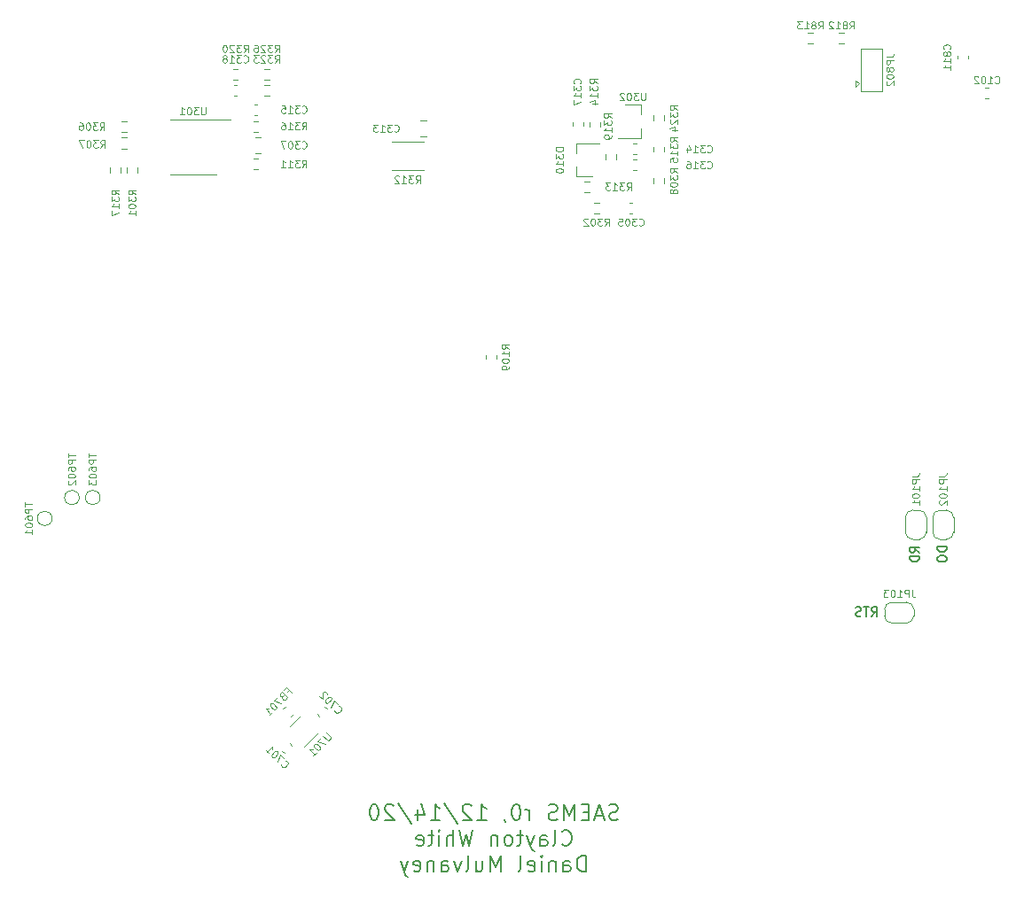
<source format=gbr>
G04 #@! TF.GenerationSoftware,KiCad,Pcbnew,5.1.7-a382d34a8~87~ubuntu18.04.1*
G04 #@! TF.CreationDate,2021-01-18T13:43:01-05:00*
G04 #@! TF.ProjectId,SD1,5344312e-6b69-4636-9164-5f7063625858,0*
G04 #@! TF.SameCoordinates,Original*
G04 #@! TF.FileFunction,Legend,Bot*
G04 #@! TF.FilePolarity,Positive*
%FSLAX46Y46*%
G04 Gerber Fmt 4.6, Leading zero omitted, Abs format (unit mm)*
G04 Created by KiCad (PCBNEW 5.1.7-a382d34a8~87~ubuntu18.04.1) date 2021-01-18 13:43:01*
%MOMM*%
%LPD*%
G01*
G04 APERTURE LIST*
%ADD10C,0.190500*%
%ADD11C,0.200000*%
%ADD12C,0.120000*%
%ADD13C,0.105000*%
G04 APERTURE END LIST*
D10*
X205586833Y-87927871D02*
X205883166Y-87504538D01*
X206094833Y-87927871D02*
X206094833Y-87038871D01*
X205756166Y-87038871D01*
X205671500Y-87081205D01*
X205629166Y-87123538D01*
X205586833Y-87208205D01*
X205586833Y-87335205D01*
X205629166Y-87419871D01*
X205671500Y-87462205D01*
X205756166Y-87504538D01*
X206094833Y-87504538D01*
X205332833Y-87038871D02*
X204824833Y-87038871D01*
X205078833Y-87927871D02*
X205078833Y-87038871D01*
X204570833Y-87885538D02*
X204443833Y-87927871D01*
X204232166Y-87927871D01*
X204147500Y-87885538D01*
X204105166Y-87843205D01*
X204062833Y-87758538D01*
X204062833Y-87673871D01*
X204105166Y-87589205D01*
X204147500Y-87546871D01*
X204232166Y-87504538D01*
X204401500Y-87462205D01*
X204486166Y-87419871D01*
X204528500Y-87377538D01*
X204570833Y-87292871D01*
X204570833Y-87208205D01*
X204528500Y-87123538D01*
X204486166Y-87081205D01*
X204401500Y-87038871D01*
X204189833Y-87038871D01*
X204062833Y-87081205D01*
X212727871Y-81301500D02*
X211838871Y-81301500D01*
X211838871Y-81513166D01*
X211881205Y-81640166D01*
X211965871Y-81724833D01*
X212050538Y-81767166D01*
X212219871Y-81809500D01*
X212346871Y-81809500D01*
X212516205Y-81767166D01*
X212600871Y-81724833D01*
X212685538Y-81640166D01*
X212727871Y-81513166D01*
X212727871Y-81301500D01*
X211838871Y-82359833D02*
X211838871Y-82529166D01*
X211881205Y-82613833D01*
X211965871Y-82698500D01*
X212135205Y-82740833D01*
X212431538Y-82740833D01*
X212600871Y-82698500D01*
X212685538Y-82613833D01*
X212727871Y-82529166D01*
X212727871Y-82359833D01*
X212685538Y-82275166D01*
X212600871Y-82190500D01*
X212431538Y-82148166D01*
X212135205Y-82148166D01*
X211965871Y-82190500D01*
X211881205Y-82275166D01*
X211838871Y-82359833D01*
X210127871Y-81830666D02*
X209704538Y-81534333D01*
X210127871Y-81322666D02*
X209238871Y-81322666D01*
X209238871Y-81661333D01*
X209281205Y-81746000D01*
X209323538Y-81788333D01*
X209408205Y-81830666D01*
X209535205Y-81830666D01*
X209619871Y-81788333D01*
X209662205Y-81746000D01*
X209704538Y-81661333D01*
X209704538Y-81322666D01*
X210127871Y-82211666D02*
X209238871Y-82211666D01*
X209238871Y-82423333D01*
X209281205Y-82550333D01*
X209365871Y-82635000D01*
X209450538Y-82677333D01*
X209619871Y-82719666D01*
X209746871Y-82719666D01*
X209916205Y-82677333D01*
X210000871Y-82635000D01*
X210085538Y-82550333D01*
X210127871Y-82423333D01*
X210127871Y-82211666D01*
D11*
X181347142Y-107357142D02*
X181132857Y-107428571D01*
X180775714Y-107428571D01*
X180632857Y-107357142D01*
X180561428Y-107285714D01*
X180490000Y-107142857D01*
X180490000Y-107000000D01*
X180561428Y-106857142D01*
X180632857Y-106785714D01*
X180775714Y-106714285D01*
X181061428Y-106642857D01*
X181204285Y-106571428D01*
X181275714Y-106500000D01*
X181347142Y-106357142D01*
X181347142Y-106214285D01*
X181275714Y-106071428D01*
X181204285Y-106000000D01*
X181061428Y-105928571D01*
X180704285Y-105928571D01*
X180490000Y-106000000D01*
X179918571Y-107000000D02*
X179204285Y-107000000D01*
X180061428Y-107428571D02*
X179561428Y-105928571D01*
X179061428Y-107428571D01*
X178561428Y-106642857D02*
X178061428Y-106642857D01*
X177847142Y-107428571D02*
X178561428Y-107428571D01*
X178561428Y-105928571D01*
X177847142Y-105928571D01*
X177204285Y-107428571D02*
X177204285Y-105928571D01*
X176704285Y-107000000D01*
X176204285Y-105928571D01*
X176204285Y-107428571D01*
X175561428Y-107357142D02*
X175347142Y-107428571D01*
X174990000Y-107428571D01*
X174847142Y-107357142D01*
X174775714Y-107285714D01*
X174704285Y-107142857D01*
X174704285Y-107000000D01*
X174775714Y-106857142D01*
X174847142Y-106785714D01*
X174990000Y-106714285D01*
X175275714Y-106642857D01*
X175418571Y-106571428D01*
X175490000Y-106500000D01*
X175561428Y-106357142D01*
X175561428Y-106214285D01*
X175490000Y-106071428D01*
X175418571Y-106000000D01*
X175275714Y-105928571D01*
X174918571Y-105928571D01*
X174704285Y-106000000D01*
X172918571Y-107428571D02*
X172918571Y-106428571D01*
X172918571Y-106714285D02*
X172847142Y-106571428D01*
X172775714Y-106500000D01*
X172632857Y-106428571D01*
X172490000Y-106428571D01*
X171704285Y-105928571D02*
X171561428Y-105928571D01*
X171418571Y-106000000D01*
X171347142Y-106071428D01*
X171275714Y-106214285D01*
X171204285Y-106500000D01*
X171204285Y-106857142D01*
X171275714Y-107142857D01*
X171347142Y-107285714D01*
X171418571Y-107357142D01*
X171561428Y-107428571D01*
X171704285Y-107428571D01*
X171847142Y-107357142D01*
X171918571Y-107285714D01*
X171990000Y-107142857D01*
X172061428Y-106857142D01*
X172061428Y-106500000D01*
X171990000Y-106214285D01*
X171918571Y-106071428D01*
X171847142Y-106000000D01*
X171704285Y-105928571D01*
X170490000Y-107357142D02*
X170490000Y-107428571D01*
X170561428Y-107571428D01*
X170632857Y-107642857D01*
X167918571Y-107428571D02*
X168775714Y-107428571D01*
X168347142Y-107428571D02*
X168347142Y-105928571D01*
X168490000Y-106142857D01*
X168632857Y-106285714D01*
X168775714Y-106357142D01*
X167347142Y-106071428D02*
X167275714Y-106000000D01*
X167132857Y-105928571D01*
X166775714Y-105928571D01*
X166632857Y-106000000D01*
X166561428Y-106071428D01*
X166490000Y-106214285D01*
X166490000Y-106357142D01*
X166561428Y-106571428D01*
X167418571Y-107428571D01*
X166490000Y-107428571D01*
X164775714Y-105857142D02*
X166061428Y-107785714D01*
X163490000Y-107428571D02*
X164347142Y-107428571D01*
X163918571Y-107428571D02*
X163918571Y-105928571D01*
X164061428Y-106142857D01*
X164204285Y-106285714D01*
X164347142Y-106357142D01*
X162204285Y-106428571D02*
X162204285Y-107428571D01*
X162561428Y-105857142D02*
X162918571Y-106928571D01*
X161990000Y-106928571D01*
X160347142Y-105857142D02*
X161632857Y-107785714D01*
X159918571Y-106071428D02*
X159847142Y-106000000D01*
X159704285Y-105928571D01*
X159347142Y-105928571D01*
X159204285Y-106000000D01*
X159132857Y-106071428D01*
X159061428Y-106214285D01*
X159061428Y-106357142D01*
X159132857Y-106571428D01*
X159990000Y-107428571D01*
X159061428Y-107428571D01*
X158132857Y-105928571D02*
X157990000Y-105928571D01*
X157847142Y-106000000D01*
X157775714Y-106071428D01*
X157704285Y-106214285D01*
X157632857Y-106500000D01*
X157632857Y-106857142D01*
X157704285Y-107142857D01*
X157775714Y-107285714D01*
X157847142Y-107357142D01*
X157990000Y-107428571D01*
X158132857Y-107428571D01*
X158275714Y-107357142D01*
X158347142Y-107285714D01*
X158418571Y-107142857D01*
X158490000Y-106857142D01*
X158490000Y-106500000D01*
X158418571Y-106214285D01*
X158347142Y-106071428D01*
X158275714Y-106000000D01*
X158132857Y-105928571D01*
X175990000Y-109735714D02*
X176061428Y-109807142D01*
X176275714Y-109878571D01*
X176418571Y-109878571D01*
X176632857Y-109807142D01*
X176775714Y-109664285D01*
X176847142Y-109521428D01*
X176918571Y-109235714D01*
X176918571Y-109021428D01*
X176847142Y-108735714D01*
X176775714Y-108592857D01*
X176632857Y-108450000D01*
X176418571Y-108378571D01*
X176275714Y-108378571D01*
X176061428Y-108450000D01*
X175990000Y-108521428D01*
X175132857Y-109878571D02*
X175275714Y-109807142D01*
X175347142Y-109664285D01*
X175347142Y-108378571D01*
X173918571Y-109878571D02*
X173918571Y-109092857D01*
X173990000Y-108950000D01*
X174132857Y-108878571D01*
X174418571Y-108878571D01*
X174561428Y-108950000D01*
X173918571Y-109807142D02*
X174061428Y-109878571D01*
X174418571Y-109878571D01*
X174561428Y-109807142D01*
X174632857Y-109664285D01*
X174632857Y-109521428D01*
X174561428Y-109378571D01*
X174418571Y-109307142D01*
X174061428Y-109307142D01*
X173918571Y-109235714D01*
X173347142Y-108878571D02*
X172990000Y-109878571D01*
X172632857Y-108878571D02*
X172990000Y-109878571D01*
X173132857Y-110235714D01*
X173204285Y-110307142D01*
X173347142Y-110378571D01*
X172275714Y-108878571D02*
X171704285Y-108878571D01*
X172061428Y-108378571D02*
X172061428Y-109664285D01*
X171990000Y-109807142D01*
X171847142Y-109878571D01*
X171704285Y-109878571D01*
X170990000Y-109878571D02*
X171132857Y-109807142D01*
X171204285Y-109735714D01*
X171275714Y-109592857D01*
X171275714Y-109164285D01*
X171204285Y-109021428D01*
X171132857Y-108950000D01*
X170990000Y-108878571D01*
X170775714Y-108878571D01*
X170632857Y-108950000D01*
X170561428Y-109021428D01*
X170490000Y-109164285D01*
X170490000Y-109592857D01*
X170561428Y-109735714D01*
X170632857Y-109807142D01*
X170775714Y-109878571D01*
X170990000Y-109878571D01*
X169847142Y-108878571D02*
X169847142Y-109878571D01*
X169847142Y-109021428D02*
X169775714Y-108950000D01*
X169632857Y-108878571D01*
X169418571Y-108878571D01*
X169275714Y-108950000D01*
X169204285Y-109092857D01*
X169204285Y-109878571D01*
X167490000Y-108378571D02*
X167132857Y-109878571D01*
X166847142Y-108807142D01*
X166561428Y-109878571D01*
X166204285Y-108378571D01*
X165632857Y-109878571D02*
X165632857Y-108378571D01*
X164990000Y-109878571D02*
X164990000Y-109092857D01*
X165061428Y-108950000D01*
X165204285Y-108878571D01*
X165418571Y-108878571D01*
X165561428Y-108950000D01*
X165632857Y-109021428D01*
X164275714Y-109878571D02*
X164275714Y-108878571D01*
X164275714Y-108378571D02*
X164347142Y-108450000D01*
X164275714Y-108521428D01*
X164204285Y-108450000D01*
X164275714Y-108378571D01*
X164275714Y-108521428D01*
X163775714Y-108878571D02*
X163204285Y-108878571D01*
X163561428Y-108378571D02*
X163561428Y-109664285D01*
X163490000Y-109807142D01*
X163347142Y-109878571D01*
X163204285Y-109878571D01*
X162132857Y-109807142D02*
X162275714Y-109878571D01*
X162561428Y-109878571D01*
X162704285Y-109807142D01*
X162775714Y-109664285D01*
X162775714Y-109092857D01*
X162704285Y-108950000D01*
X162561428Y-108878571D01*
X162275714Y-108878571D01*
X162132857Y-108950000D01*
X162061428Y-109092857D01*
X162061428Y-109235714D01*
X162775714Y-109378571D01*
X178275714Y-112328571D02*
X178275714Y-110828571D01*
X177918571Y-110828571D01*
X177704285Y-110900000D01*
X177561428Y-111042857D01*
X177490000Y-111185714D01*
X177418571Y-111471428D01*
X177418571Y-111685714D01*
X177490000Y-111971428D01*
X177561428Y-112114285D01*
X177704285Y-112257142D01*
X177918571Y-112328571D01*
X178275714Y-112328571D01*
X176132857Y-112328571D02*
X176132857Y-111542857D01*
X176204285Y-111400000D01*
X176347142Y-111328571D01*
X176632857Y-111328571D01*
X176775714Y-111400000D01*
X176132857Y-112257142D02*
X176275714Y-112328571D01*
X176632857Y-112328571D01*
X176775714Y-112257142D01*
X176847142Y-112114285D01*
X176847142Y-111971428D01*
X176775714Y-111828571D01*
X176632857Y-111757142D01*
X176275714Y-111757142D01*
X176132857Y-111685714D01*
X175418571Y-111328571D02*
X175418571Y-112328571D01*
X175418571Y-111471428D02*
X175347142Y-111400000D01*
X175204285Y-111328571D01*
X174990000Y-111328571D01*
X174847142Y-111400000D01*
X174775714Y-111542857D01*
X174775714Y-112328571D01*
X174061428Y-112328571D02*
X174061428Y-111328571D01*
X174061428Y-110828571D02*
X174132857Y-110900000D01*
X174061428Y-110971428D01*
X173990000Y-110900000D01*
X174061428Y-110828571D01*
X174061428Y-110971428D01*
X172775714Y-112257142D02*
X172918571Y-112328571D01*
X173204285Y-112328571D01*
X173347142Y-112257142D01*
X173418571Y-112114285D01*
X173418571Y-111542857D01*
X173347142Y-111400000D01*
X173204285Y-111328571D01*
X172918571Y-111328571D01*
X172775714Y-111400000D01*
X172704285Y-111542857D01*
X172704285Y-111685714D01*
X173418571Y-111828571D01*
X171847142Y-112328571D02*
X171990000Y-112257142D01*
X172061428Y-112114285D01*
X172061428Y-110828571D01*
X170132857Y-112328571D02*
X170132857Y-110828571D01*
X169632857Y-111900000D01*
X169132857Y-110828571D01*
X169132857Y-112328571D01*
X167775714Y-111328571D02*
X167775714Y-112328571D01*
X168418571Y-111328571D02*
X168418571Y-112114285D01*
X168347142Y-112257142D01*
X168204285Y-112328571D01*
X167990000Y-112328571D01*
X167847142Y-112257142D01*
X167775714Y-112185714D01*
X166847142Y-112328571D02*
X166990000Y-112257142D01*
X167061428Y-112114285D01*
X167061428Y-110828571D01*
X166418571Y-111328571D02*
X166061428Y-112328571D01*
X165704285Y-111328571D01*
X164490000Y-112328571D02*
X164490000Y-111542857D01*
X164561428Y-111400000D01*
X164704285Y-111328571D01*
X164990000Y-111328571D01*
X165132857Y-111400000D01*
X164490000Y-112257142D02*
X164632857Y-112328571D01*
X164990000Y-112328571D01*
X165132857Y-112257142D01*
X165204285Y-112114285D01*
X165204285Y-111971428D01*
X165132857Y-111828571D01*
X164990000Y-111757142D01*
X164632857Y-111757142D01*
X164490000Y-111685714D01*
X163775714Y-111328571D02*
X163775714Y-112328571D01*
X163775714Y-111471428D02*
X163704285Y-111400000D01*
X163561428Y-111328571D01*
X163347142Y-111328571D01*
X163204285Y-111400000D01*
X163132857Y-111542857D01*
X163132857Y-112328571D01*
X161847142Y-112257142D02*
X161990000Y-112328571D01*
X162275714Y-112328571D01*
X162418571Y-112257142D01*
X162490000Y-112114285D01*
X162490000Y-111542857D01*
X162418571Y-111400000D01*
X162275714Y-111328571D01*
X161990000Y-111328571D01*
X161847142Y-111400000D01*
X161775714Y-111542857D01*
X161775714Y-111685714D01*
X162490000Y-111828571D01*
X161275714Y-111328571D02*
X160918571Y-112328571D01*
X160561428Y-111328571D02*
X160918571Y-112328571D01*
X161061428Y-112685714D01*
X161132857Y-112757142D01*
X161275714Y-112828571D01*
D12*
G04 #@! TO.C,R323*
X148037258Y-38222500D02*
X147562742Y-38222500D01*
X148037258Y-37177500D02*
X147562742Y-37177500D01*
G04 #@! TO.C,JP802*
X204344400Y-37020800D02*
X204044400Y-36720800D01*
X204044400Y-37320800D02*
X204044400Y-36720800D01*
X204344400Y-37020800D02*
X204044400Y-37320800D01*
X204544400Y-37770800D02*
X206544400Y-37770800D01*
X204544400Y-33670800D02*
X204544400Y-37770800D01*
X206544400Y-33670800D02*
X204544400Y-33670800D01*
X206544400Y-37770800D02*
X206544400Y-33670800D01*
G04 #@! TO.C,R312*
X159720436Y-45280000D02*
X162774564Y-45280000D01*
X159720436Y-42560000D02*
X162774564Y-42560000D01*
G04 #@! TO.C,R109*
X168690000Y-63333563D02*
X168690000Y-63008005D01*
X169710000Y-63333563D02*
X169710000Y-63008005D01*
G04 #@! TO.C,JP102*
X211400000Y-78500000D02*
X211400000Y-79900000D01*
X212100000Y-80600000D02*
X212700000Y-80600000D01*
X213400000Y-79900000D02*
X213400000Y-78500000D01*
X212700000Y-77800000D02*
X212100000Y-77800000D01*
X212100000Y-77800000D02*
G75*
G03*
X211400000Y-78500000I0J-700000D01*
G01*
X213400000Y-78500000D02*
G75*
G03*
X212700000Y-77800000I-700000J0D01*
G01*
X212700000Y-80600000D02*
G75*
G03*
X213400000Y-79900000I0J700000D01*
G01*
X211400000Y-79900000D02*
G75*
G03*
X212100000Y-80600000I700000J0D01*
G01*
G04 #@! TO.C,JP101*
X208800000Y-78500000D02*
X208800000Y-79900000D01*
X209500000Y-80600000D02*
X210100000Y-80600000D01*
X210800000Y-79900000D02*
X210800000Y-78500000D01*
X210100000Y-77800000D02*
X209500000Y-77800000D01*
X209500000Y-77800000D02*
G75*
G03*
X208800000Y-78500000I0J-700000D01*
G01*
X210800000Y-78500000D02*
G75*
G03*
X210100000Y-77800000I-700000J0D01*
G01*
X210100000Y-80600000D02*
G75*
G03*
X210800000Y-79900000I0J700000D01*
G01*
X208800000Y-79900000D02*
G75*
G03*
X209500000Y-80600000I700000J0D01*
G01*
G04 #@! TO.C,C305*
X182725580Y-49450000D02*
X182444420Y-49450000D01*
X182725580Y-48430000D02*
X182444420Y-48430000D01*
G04 #@! TO.C,C307*
X146698748Y-42185000D02*
X147221252Y-42185000D01*
X146698748Y-43655000D02*
X147221252Y-43655000D01*
G04 #@! TO.C,C313*
X163021252Y-40585000D02*
X162498748Y-40585000D01*
X163021252Y-42055000D02*
X162498748Y-42055000D01*
G04 #@! TO.C,C314*
X183100580Y-42790000D02*
X182819420Y-42790000D01*
X183100580Y-43810000D02*
X182819420Y-43810000D01*
G04 #@! TO.C,C315*
X146619420Y-39010000D02*
X146900580Y-39010000D01*
X146619420Y-40030000D02*
X146900580Y-40030000D01*
G04 #@! TO.C,C316*
X183100580Y-44310000D02*
X182819420Y-44310000D01*
X183100580Y-45330000D02*
X182819420Y-45330000D01*
G04 #@! TO.C,C318*
X144659420Y-38210000D02*
X144940580Y-38210000D01*
X144659420Y-37190000D02*
X144940580Y-37190000D01*
G04 #@! TO.C,C102*
X216715580Y-37390000D02*
X216434420Y-37390000D01*
X216715580Y-38410000D02*
X216434420Y-38410000D01*
G04 #@! TO.C,D310*
X177400000Y-45900000D02*
X177400000Y-44970000D01*
X177400000Y-42740000D02*
X177400000Y-43670000D01*
X177400000Y-42740000D02*
X179560000Y-42740000D01*
X177400000Y-45900000D02*
X178860000Y-45900000D01*
G04 #@! TO.C,R301*
X135482500Y-45557258D02*
X135482500Y-45082742D01*
X134437500Y-45557258D02*
X134437500Y-45082742D01*
G04 #@! TO.C,R306*
X134447258Y-41642500D02*
X133972742Y-41642500D01*
X134447258Y-40597500D02*
X133972742Y-40597500D01*
G04 #@! TO.C,R307*
X134447258Y-42197500D02*
X133972742Y-42197500D01*
X134447258Y-43242500D02*
X133972742Y-43242500D01*
G04 #@! TO.C,R308*
X185782500Y-46082742D02*
X185782500Y-46557258D01*
X184737500Y-46082742D02*
X184737500Y-46557258D01*
G04 #@! TO.C,R311*
X146997258Y-44197500D02*
X146522742Y-44197500D01*
X146997258Y-45242500D02*
X146522742Y-45242500D01*
G04 #@! TO.C,R313*
X178617258Y-46397500D02*
X178142742Y-46397500D01*
X178617258Y-47442500D02*
X178142742Y-47442500D01*
G04 #@! TO.C,R314*
X178607500Y-41157258D02*
X178607500Y-40682742D01*
X179652500Y-41157258D02*
X179652500Y-40682742D01*
G04 #@! TO.C,R315*
X184737500Y-43082742D02*
X184737500Y-43557258D01*
X185782500Y-43082742D02*
X185782500Y-43557258D01*
G04 #@! TO.C,R316*
X146997258Y-41642500D02*
X146522742Y-41642500D01*
X146997258Y-40597500D02*
X146522742Y-40597500D01*
G04 #@! TO.C,R317*
X133882500Y-45082742D02*
X133882500Y-45557258D01*
X132837500Y-45082742D02*
X132837500Y-45557258D01*
G04 #@! TO.C,R319*
X180137500Y-44287258D02*
X180137500Y-43812742D01*
X181182500Y-44287258D02*
X181182500Y-43812742D01*
G04 #@! TO.C,R320*
X145037258Y-35647500D02*
X144562742Y-35647500D01*
X145037258Y-36692500D02*
X144562742Y-36692500D01*
G04 #@! TO.C,R324*
X185782500Y-40557258D02*
X185782500Y-40082742D01*
X184737500Y-40557258D02*
X184737500Y-40082742D01*
G04 #@! TO.C,C701*
X150218498Y-100292700D02*
X150019687Y-100093889D01*
X149497249Y-101013949D02*
X149298438Y-100815138D01*
G04 #@! TO.C,C702*
X152819944Y-97511649D02*
X152621133Y-97312838D01*
X153541193Y-96790400D02*
X153342382Y-96591589D01*
G04 #@! TO.C,U301*
X140760000Y-40510000D02*
X144360000Y-40510000D01*
X140760000Y-40510000D02*
X138560000Y-40510000D01*
X140760000Y-45730000D02*
X142960000Y-45730000D01*
X140760000Y-45730000D02*
X138560000Y-45730000D01*
G04 #@! TO.C,U302*
X183520000Y-39070000D02*
X182060000Y-39070000D01*
X183520000Y-42230000D02*
X181360000Y-42230000D01*
X183520000Y-42230000D02*
X183520000Y-41300000D01*
X183520000Y-39070000D02*
X183520000Y-40000000D01*
G04 #@! TO.C,U701*
X150059695Y-98432599D02*
X151049645Y-97442649D01*
X152690133Y-99083137D02*
X151346630Y-100426640D01*
G04 #@! TO.C,FB701*
X149602748Y-96575892D02*
X149372543Y-96806097D01*
X150323997Y-97297141D02*
X150093792Y-97527346D01*
G04 #@! TO.C,TP601*
X127300000Y-78600000D02*
G75*
G03*
X127300000Y-78600000I-700000J0D01*
G01*
G04 #@! TO.C,TP602*
X129900000Y-76600000D02*
G75*
G03*
X129900000Y-76600000I-700000J0D01*
G01*
G04 #@! TO.C,TP603*
X131900000Y-76600000D02*
G75*
G03*
X131900000Y-76600000I-700000J0D01*
G01*
G04 #@! TO.C,C811*
X213790000Y-34640580D02*
X213790000Y-34359420D01*
X214810000Y-34640580D02*
X214810000Y-34359420D01*
G04 #@! TO.C,JP103*
X209600000Y-87900000D02*
X209600000Y-87300000D01*
X207500000Y-88600000D02*
X208900000Y-88600000D01*
X206800000Y-87300000D02*
X206800000Y-87900000D01*
X208900000Y-86600000D02*
X207500000Y-86600000D01*
X207500000Y-86600000D02*
G75*
G03*
X206800000Y-87300000I0J-700000D01*
G01*
X206800000Y-87900000D02*
G75*
G03*
X207500000Y-88600000I700000J0D01*
G01*
X208900000Y-88600000D02*
G75*
G03*
X209600000Y-87900000I0J700000D01*
G01*
X209600000Y-87300000D02*
G75*
G03*
X208900000Y-86600000I-700000J0D01*
G01*
G04 #@! TO.C,R812*
X202937258Y-32177500D02*
X202462742Y-32177500D01*
X202937258Y-33222500D02*
X202462742Y-33222500D01*
G04 #@! TO.C,R813*
X199937258Y-33222500D02*
X199462742Y-33222500D01*
X199937258Y-32177500D02*
X199462742Y-32177500D01*
G04 #@! TO.C,C317*
X178010000Y-41040580D02*
X178010000Y-40759420D01*
X176990000Y-41040580D02*
X176990000Y-40759420D01*
G04 #@! TO.C,R302*
X179537258Y-48417500D02*
X179062742Y-48417500D01*
X179537258Y-49462500D02*
X179062742Y-49462500D01*
G04 #@! TO.C,R326*
X147562742Y-36692500D02*
X148037258Y-36692500D01*
X147562742Y-35647500D02*
X148037258Y-35647500D01*
G04 #@! TO.C,R323*
D13*
X148583333Y-35016666D02*
X148816666Y-34683333D01*
X148983333Y-35016666D02*
X148983333Y-34316666D01*
X148716666Y-34316666D01*
X148650000Y-34350000D01*
X148616666Y-34383333D01*
X148583333Y-34450000D01*
X148583333Y-34550000D01*
X148616666Y-34616666D01*
X148650000Y-34650000D01*
X148716666Y-34683333D01*
X148983333Y-34683333D01*
X148350000Y-34316666D02*
X147916666Y-34316666D01*
X148150000Y-34583333D01*
X148050000Y-34583333D01*
X147983333Y-34616666D01*
X147950000Y-34650000D01*
X147916666Y-34716666D01*
X147916666Y-34883333D01*
X147950000Y-34950000D01*
X147983333Y-34983333D01*
X148050000Y-35016666D01*
X148250000Y-35016666D01*
X148316666Y-34983333D01*
X148350000Y-34950000D01*
X147650000Y-34383333D02*
X147616666Y-34350000D01*
X147550000Y-34316666D01*
X147383333Y-34316666D01*
X147316666Y-34350000D01*
X147283333Y-34383333D01*
X147250000Y-34450000D01*
X147250000Y-34516666D01*
X147283333Y-34616666D01*
X147683333Y-35016666D01*
X147250000Y-35016666D01*
X147016666Y-34316666D02*
X146583333Y-34316666D01*
X146816666Y-34583333D01*
X146716666Y-34583333D01*
X146650000Y-34616666D01*
X146616666Y-34650000D01*
X146583333Y-34716666D01*
X146583333Y-34883333D01*
X146616666Y-34950000D01*
X146650000Y-34983333D01*
X146716666Y-35016666D01*
X146916666Y-35016666D01*
X146983333Y-34983333D01*
X147016666Y-34950000D01*
G04 #@! TO.C,JP802*
X206961066Y-34470800D02*
X207461066Y-34470800D01*
X207561066Y-34437466D01*
X207627733Y-34370800D01*
X207661066Y-34270800D01*
X207661066Y-34204133D01*
X207661066Y-34804133D02*
X206961066Y-34804133D01*
X206961066Y-35070800D01*
X206994400Y-35137466D01*
X207027733Y-35170800D01*
X207094400Y-35204133D01*
X207194400Y-35204133D01*
X207261066Y-35170800D01*
X207294400Y-35137466D01*
X207327733Y-35070800D01*
X207327733Y-34804133D01*
X207261066Y-35604133D02*
X207227733Y-35537466D01*
X207194400Y-35504133D01*
X207127733Y-35470800D01*
X207094400Y-35470800D01*
X207027733Y-35504133D01*
X206994400Y-35537466D01*
X206961066Y-35604133D01*
X206961066Y-35737466D01*
X206994400Y-35804133D01*
X207027733Y-35837466D01*
X207094400Y-35870800D01*
X207127733Y-35870800D01*
X207194400Y-35837466D01*
X207227733Y-35804133D01*
X207261066Y-35737466D01*
X207261066Y-35604133D01*
X207294400Y-35537466D01*
X207327733Y-35504133D01*
X207394400Y-35470800D01*
X207527733Y-35470800D01*
X207594400Y-35504133D01*
X207627733Y-35537466D01*
X207661066Y-35604133D01*
X207661066Y-35737466D01*
X207627733Y-35804133D01*
X207594400Y-35837466D01*
X207527733Y-35870800D01*
X207394400Y-35870800D01*
X207327733Y-35837466D01*
X207294400Y-35804133D01*
X207261066Y-35737466D01*
X206961066Y-36304133D02*
X206961066Y-36370800D01*
X206994400Y-36437466D01*
X207027733Y-36470800D01*
X207094400Y-36504133D01*
X207227733Y-36537466D01*
X207394400Y-36537466D01*
X207527733Y-36504133D01*
X207594400Y-36470800D01*
X207627733Y-36437466D01*
X207661066Y-36370800D01*
X207661066Y-36304133D01*
X207627733Y-36237466D01*
X207594400Y-36204133D01*
X207527733Y-36170800D01*
X207394400Y-36137466D01*
X207227733Y-36137466D01*
X207094400Y-36170800D01*
X207027733Y-36204133D01*
X206994400Y-36237466D01*
X206961066Y-36304133D01*
X207027733Y-36804133D02*
X206994400Y-36837466D01*
X206961066Y-36904133D01*
X206961066Y-37070800D01*
X206994400Y-37137466D01*
X207027733Y-37170800D01*
X207094400Y-37204133D01*
X207161066Y-37204133D01*
X207261066Y-37170800D01*
X207661066Y-36770800D01*
X207661066Y-37204133D01*
G04 #@! TO.C,R312*
X162030833Y-46544666D02*
X162264166Y-46211333D01*
X162430833Y-46544666D02*
X162430833Y-45844666D01*
X162164166Y-45844666D01*
X162097500Y-45878000D01*
X162064166Y-45911333D01*
X162030833Y-45978000D01*
X162030833Y-46078000D01*
X162064166Y-46144666D01*
X162097500Y-46178000D01*
X162164166Y-46211333D01*
X162430833Y-46211333D01*
X161797500Y-45844666D02*
X161364166Y-45844666D01*
X161597500Y-46111333D01*
X161497500Y-46111333D01*
X161430833Y-46144666D01*
X161397500Y-46178000D01*
X161364166Y-46244666D01*
X161364166Y-46411333D01*
X161397500Y-46478000D01*
X161430833Y-46511333D01*
X161497500Y-46544666D01*
X161697500Y-46544666D01*
X161764166Y-46511333D01*
X161797500Y-46478000D01*
X160697500Y-46544666D02*
X161097500Y-46544666D01*
X160897500Y-46544666D02*
X160897500Y-45844666D01*
X160964166Y-45944666D01*
X161030833Y-46011333D01*
X161097500Y-46044666D01*
X160430833Y-45911333D02*
X160397500Y-45878000D01*
X160330833Y-45844666D01*
X160164166Y-45844666D01*
X160097500Y-45878000D01*
X160064166Y-45911333D01*
X160030833Y-45978000D01*
X160030833Y-46044666D01*
X160064166Y-46144666D01*
X160464166Y-46544666D01*
X160030833Y-46544666D01*
G04 #@! TO.C,R109*
X170946666Y-62387450D02*
X170613333Y-62154117D01*
X170946666Y-61987450D02*
X170246666Y-61987450D01*
X170246666Y-62254117D01*
X170280000Y-62320784D01*
X170313333Y-62354117D01*
X170380000Y-62387450D01*
X170480000Y-62387450D01*
X170546666Y-62354117D01*
X170580000Y-62320784D01*
X170613333Y-62254117D01*
X170613333Y-61987450D01*
X170946666Y-63054117D02*
X170946666Y-62654117D01*
X170946666Y-62854117D02*
X170246666Y-62854117D01*
X170346666Y-62787450D01*
X170413333Y-62720784D01*
X170446666Y-62654117D01*
X170246666Y-63487450D02*
X170246666Y-63554117D01*
X170280000Y-63620784D01*
X170313333Y-63654117D01*
X170380000Y-63687450D01*
X170513333Y-63720784D01*
X170680000Y-63720784D01*
X170813333Y-63687450D01*
X170880000Y-63654117D01*
X170913333Y-63620784D01*
X170946666Y-63554117D01*
X170946666Y-63487450D01*
X170913333Y-63420784D01*
X170880000Y-63387450D01*
X170813333Y-63354117D01*
X170680000Y-63320784D01*
X170513333Y-63320784D01*
X170380000Y-63354117D01*
X170313333Y-63387450D01*
X170280000Y-63420784D01*
X170246666Y-63487450D01*
X170946666Y-64054117D02*
X170946666Y-64187450D01*
X170913333Y-64254117D01*
X170880000Y-64287450D01*
X170780000Y-64354117D01*
X170646666Y-64387450D01*
X170380000Y-64387450D01*
X170313333Y-64354117D01*
X170280000Y-64320784D01*
X170246666Y-64254117D01*
X170246666Y-64120784D01*
X170280000Y-64054117D01*
X170313333Y-64020784D01*
X170380000Y-63987450D01*
X170546666Y-63987450D01*
X170613333Y-64020784D01*
X170646666Y-64054117D01*
X170680000Y-64120784D01*
X170680000Y-64254117D01*
X170646666Y-64320784D01*
X170613333Y-64354117D01*
X170546666Y-64387450D01*
G04 #@! TO.C,JP102*
X212016666Y-74550000D02*
X212516666Y-74550000D01*
X212616666Y-74516666D01*
X212683333Y-74450000D01*
X212716666Y-74350000D01*
X212716666Y-74283333D01*
X212716666Y-74883333D02*
X212016666Y-74883333D01*
X212016666Y-75150000D01*
X212050000Y-75216666D01*
X212083333Y-75250000D01*
X212150000Y-75283333D01*
X212250000Y-75283333D01*
X212316666Y-75250000D01*
X212350000Y-75216666D01*
X212383333Y-75150000D01*
X212383333Y-74883333D01*
X212716666Y-75950000D02*
X212716666Y-75550000D01*
X212716666Y-75750000D02*
X212016666Y-75750000D01*
X212116666Y-75683333D01*
X212183333Y-75616666D01*
X212216666Y-75550000D01*
X212016666Y-76383333D02*
X212016666Y-76450000D01*
X212050000Y-76516666D01*
X212083333Y-76550000D01*
X212150000Y-76583333D01*
X212283333Y-76616666D01*
X212450000Y-76616666D01*
X212583333Y-76583333D01*
X212650000Y-76550000D01*
X212683333Y-76516666D01*
X212716666Y-76450000D01*
X212716666Y-76383333D01*
X212683333Y-76316666D01*
X212650000Y-76283333D01*
X212583333Y-76250000D01*
X212450000Y-76216666D01*
X212283333Y-76216666D01*
X212150000Y-76250000D01*
X212083333Y-76283333D01*
X212050000Y-76316666D01*
X212016666Y-76383333D01*
X212083333Y-76883333D02*
X212050000Y-76916666D01*
X212016666Y-76983333D01*
X212016666Y-77150000D01*
X212050000Y-77216666D01*
X212083333Y-77250000D01*
X212150000Y-77283333D01*
X212216666Y-77283333D01*
X212316666Y-77250000D01*
X212716666Y-76850000D01*
X212716666Y-77283333D01*
G04 #@! TO.C,JP101*
X209416666Y-74550000D02*
X209916666Y-74550000D01*
X210016666Y-74516666D01*
X210083333Y-74450000D01*
X210116666Y-74350000D01*
X210116666Y-74283333D01*
X210116666Y-74883333D02*
X209416666Y-74883333D01*
X209416666Y-75150000D01*
X209450000Y-75216666D01*
X209483333Y-75250000D01*
X209550000Y-75283333D01*
X209650000Y-75283333D01*
X209716666Y-75250000D01*
X209750000Y-75216666D01*
X209783333Y-75150000D01*
X209783333Y-74883333D01*
X210116666Y-75950000D02*
X210116666Y-75550000D01*
X210116666Y-75750000D02*
X209416666Y-75750000D01*
X209516666Y-75683333D01*
X209583333Y-75616666D01*
X209616666Y-75550000D01*
X209416666Y-76383333D02*
X209416666Y-76450000D01*
X209450000Y-76516666D01*
X209483333Y-76550000D01*
X209550000Y-76583333D01*
X209683333Y-76616666D01*
X209850000Y-76616666D01*
X209983333Y-76583333D01*
X210050000Y-76550000D01*
X210083333Y-76516666D01*
X210116666Y-76450000D01*
X210116666Y-76383333D01*
X210083333Y-76316666D01*
X210050000Y-76283333D01*
X209983333Y-76250000D01*
X209850000Y-76216666D01*
X209683333Y-76216666D01*
X209550000Y-76250000D01*
X209483333Y-76283333D01*
X209450000Y-76316666D01*
X209416666Y-76383333D01*
X210116666Y-77283333D02*
X210116666Y-76883333D01*
X210116666Y-77083333D02*
X209416666Y-77083333D01*
X209516666Y-77016666D01*
X209583333Y-76950000D01*
X209616666Y-76883333D01*
G04 #@! TO.C,C305*
X183368333Y-50546800D02*
X183401666Y-50580133D01*
X183501666Y-50613466D01*
X183568333Y-50613466D01*
X183668333Y-50580133D01*
X183735000Y-50513466D01*
X183768333Y-50446800D01*
X183801666Y-50313466D01*
X183801666Y-50213466D01*
X183768333Y-50080133D01*
X183735000Y-50013466D01*
X183668333Y-49946800D01*
X183568333Y-49913466D01*
X183501666Y-49913466D01*
X183401666Y-49946800D01*
X183368333Y-49980133D01*
X183135000Y-49913466D02*
X182701666Y-49913466D01*
X182935000Y-50180133D01*
X182835000Y-50180133D01*
X182768333Y-50213466D01*
X182735000Y-50246800D01*
X182701666Y-50313466D01*
X182701666Y-50480133D01*
X182735000Y-50546800D01*
X182768333Y-50580133D01*
X182835000Y-50613466D01*
X183035000Y-50613466D01*
X183101666Y-50580133D01*
X183135000Y-50546800D01*
X182268333Y-49913466D02*
X182201666Y-49913466D01*
X182135000Y-49946800D01*
X182101666Y-49980133D01*
X182068333Y-50046800D01*
X182035000Y-50180133D01*
X182035000Y-50346800D01*
X182068333Y-50480133D01*
X182101666Y-50546800D01*
X182135000Y-50580133D01*
X182201666Y-50613466D01*
X182268333Y-50613466D01*
X182335000Y-50580133D01*
X182368333Y-50546800D01*
X182401666Y-50480133D01*
X182435000Y-50346800D01*
X182435000Y-50180133D01*
X182401666Y-50046800D01*
X182368333Y-49980133D01*
X182335000Y-49946800D01*
X182268333Y-49913466D01*
X181401666Y-49913466D02*
X181735000Y-49913466D01*
X181768333Y-50246800D01*
X181735000Y-50213466D01*
X181668333Y-50180133D01*
X181501666Y-50180133D01*
X181435000Y-50213466D01*
X181401666Y-50246800D01*
X181368333Y-50313466D01*
X181368333Y-50480133D01*
X181401666Y-50546800D01*
X181435000Y-50580133D01*
X181501666Y-50613466D01*
X181668333Y-50613466D01*
X181735000Y-50580133D01*
X181768333Y-50546800D01*
G04 #@! TO.C,C307*
X151183333Y-43170000D02*
X151216666Y-43203333D01*
X151316666Y-43236666D01*
X151383333Y-43236666D01*
X151483333Y-43203333D01*
X151550000Y-43136666D01*
X151583333Y-43070000D01*
X151616666Y-42936666D01*
X151616666Y-42836666D01*
X151583333Y-42703333D01*
X151550000Y-42636666D01*
X151483333Y-42570000D01*
X151383333Y-42536666D01*
X151316666Y-42536666D01*
X151216666Y-42570000D01*
X151183333Y-42603333D01*
X150950000Y-42536666D02*
X150516666Y-42536666D01*
X150750000Y-42803333D01*
X150650000Y-42803333D01*
X150583333Y-42836666D01*
X150550000Y-42870000D01*
X150516666Y-42936666D01*
X150516666Y-43103333D01*
X150550000Y-43170000D01*
X150583333Y-43203333D01*
X150650000Y-43236666D01*
X150850000Y-43236666D01*
X150916666Y-43203333D01*
X150950000Y-43170000D01*
X150083333Y-42536666D02*
X150016666Y-42536666D01*
X149950000Y-42570000D01*
X149916666Y-42603333D01*
X149883333Y-42670000D01*
X149850000Y-42803333D01*
X149850000Y-42970000D01*
X149883333Y-43103333D01*
X149916666Y-43170000D01*
X149950000Y-43203333D01*
X150016666Y-43236666D01*
X150083333Y-43236666D01*
X150150000Y-43203333D01*
X150183333Y-43170000D01*
X150216666Y-43103333D01*
X150250000Y-42970000D01*
X150250000Y-42803333D01*
X150216666Y-42670000D01*
X150183333Y-42603333D01*
X150150000Y-42570000D01*
X150083333Y-42536666D01*
X149616666Y-42536666D02*
X149150000Y-42536666D01*
X149450000Y-43236666D01*
G04 #@! TO.C,C313*
X159983333Y-41570000D02*
X160016666Y-41603333D01*
X160116666Y-41636666D01*
X160183333Y-41636666D01*
X160283333Y-41603333D01*
X160350000Y-41536666D01*
X160383333Y-41470000D01*
X160416666Y-41336666D01*
X160416666Y-41236666D01*
X160383333Y-41103333D01*
X160350000Y-41036666D01*
X160283333Y-40970000D01*
X160183333Y-40936666D01*
X160116666Y-40936666D01*
X160016666Y-40970000D01*
X159983333Y-41003333D01*
X159750000Y-40936666D02*
X159316666Y-40936666D01*
X159550000Y-41203333D01*
X159450000Y-41203333D01*
X159383333Y-41236666D01*
X159350000Y-41270000D01*
X159316666Y-41336666D01*
X159316666Y-41503333D01*
X159350000Y-41570000D01*
X159383333Y-41603333D01*
X159450000Y-41636666D01*
X159650000Y-41636666D01*
X159716666Y-41603333D01*
X159750000Y-41570000D01*
X158650000Y-41636666D02*
X159050000Y-41636666D01*
X158850000Y-41636666D02*
X158850000Y-40936666D01*
X158916666Y-41036666D01*
X158983333Y-41103333D01*
X159050000Y-41136666D01*
X158416666Y-40936666D02*
X157983333Y-40936666D01*
X158216666Y-41203333D01*
X158116666Y-41203333D01*
X158050000Y-41236666D01*
X158016666Y-41270000D01*
X157983333Y-41336666D01*
X157983333Y-41503333D01*
X158016666Y-41570000D01*
X158050000Y-41603333D01*
X158116666Y-41636666D01*
X158316666Y-41636666D01*
X158383333Y-41603333D01*
X158416666Y-41570000D01*
G04 #@! TO.C,C314*
X189883333Y-43550000D02*
X189916666Y-43583333D01*
X190016666Y-43616666D01*
X190083333Y-43616666D01*
X190183333Y-43583333D01*
X190250000Y-43516666D01*
X190283333Y-43450000D01*
X190316666Y-43316666D01*
X190316666Y-43216666D01*
X190283333Y-43083333D01*
X190250000Y-43016666D01*
X190183333Y-42950000D01*
X190083333Y-42916666D01*
X190016666Y-42916666D01*
X189916666Y-42950000D01*
X189883333Y-42983333D01*
X189650000Y-42916666D02*
X189216666Y-42916666D01*
X189450000Y-43183333D01*
X189350000Y-43183333D01*
X189283333Y-43216666D01*
X189250000Y-43250000D01*
X189216666Y-43316666D01*
X189216666Y-43483333D01*
X189250000Y-43550000D01*
X189283333Y-43583333D01*
X189350000Y-43616666D01*
X189550000Y-43616666D01*
X189616666Y-43583333D01*
X189650000Y-43550000D01*
X188550000Y-43616666D02*
X188950000Y-43616666D01*
X188750000Y-43616666D02*
X188750000Y-42916666D01*
X188816666Y-43016666D01*
X188883333Y-43083333D01*
X188950000Y-43116666D01*
X187950000Y-43150000D02*
X187950000Y-43616666D01*
X188116666Y-42883333D02*
X188283333Y-43383333D01*
X187850000Y-43383333D01*
G04 #@! TO.C,C315*
X151183333Y-39770000D02*
X151216666Y-39803333D01*
X151316666Y-39836666D01*
X151383333Y-39836666D01*
X151483333Y-39803333D01*
X151550000Y-39736666D01*
X151583333Y-39670000D01*
X151616666Y-39536666D01*
X151616666Y-39436666D01*
X151583333Y-39303333D01*
X151550000Y-39236666D01*
X151483333Y-39170000D01*
X151383333Y-39136666D01*
X151316666Y-39136666D01*
X151216666Y-39170000D01*
X151183333Y-39203333D01*
X150950000Y-39136666D02*
X150516666Y-39136666D01*
X150750000Y-39403333D01*
X150650000Y-39403333D01*
X150583333Y-39436666D01*
X150550000Y-39470000D01*
X150516666Y-39536666D01*
X150516666Y-39703333D01*
X150550000Y-39770000D01*
X150583333Y-39803333D01*
X150650000Y-39836666D01*
X150850000Y-39836666D01*
X150916666Y-39803333D01*
X150950000Y-39770000D01*
X149850000Y-39836666D02*
X150250000Y-39836666D01*
X150050000Y-39836666D02*
X150050000Y-39136666D01*
X150116666Y-39236666D01*
X150183333Y-39303333D01*
X150250000Y-39336666D01*
X149216666Y-39136666D02*
X149550000Y-39136666D01*
X149583333Y-39470000D01*
X149550000Y-39436666D01*
X149483333Y-39403333D01*
X149316666Y-39403333D01*
X149250000Y-39436666D01*
X149216666Y-39470000D01*
X149183333Y-39536666D01*
X149183333Y-39703333D01*
X149216666Y-39770000D01*
X149250000Y-39803333D01*
X149316666Y-39836666D01*
X149483333Y-39836666D01*
X149550000Y-39803333D01*
X149583333Y-39770000D01*
G04 #@! TO.C,C316*
X189883333Y-45070000D02*
X189916666Y-45103333D01*
X190016666Y-45136666D01*
X190083333Y-45136666D01*
X190183333Y-45103333D01*
X190250000Y-45036666D01*
X190283333Y-44970000D01*
X190316666Y-44836666D01*
X190316666Y-44736666D01*
X190283333Y-44603333D01*
X190250000Y-44536666D01*
X190183333Y-44470000D01*
X190083333Y-44436666D01*
X190016666Y-44436666D01*
X189916666Y-44470000D01*
X189883333Y-44503333D01*
X189650000Y-44436666D02*
X189216666Y-44436666D01*
X189450000Y-44703333D01*
X189350000Y-44703333D01*
X189283333Y-44736666D01*
X189250000Y-44770000D01*
X189216666Y-44836666D01*
X189216666Y-45003333D01*
X189250000Y-45070000D01*
X189283333Y-45103333D01*
X189350000Y-45136666D01*
X189550000Y-45136666D01*
X189616666Y-45103333D01*
X189650000Y-45070000D01*
X188550000Y-45136666D02*
X188950000Y-45136666D01*
X188750000Y-45136666D02*
X188750000Y-44436666D01*
X188816666Y-44536666D01*
X188883333Y-44603333D01*
X188950000Y-44636666D01*
X187950000Y-44436666D02*
X188083333Y-44436666D01*
X188150000Y-44470000D01*
X188183333Y-44503333D01*
X188250000Y-44603333D01*
X188283333Y-44736666D01*
X188283333Y-45003333D01*
X188250000Y-45070000D01*
X188216666Y-45103333D01*
X188150000Y-45136666D01*
X188016666Y-45136666D01*
X187950000Y-45103333D01*
X187916666Y-45070000D01*
X187883333Y-45003333D01*
X187883333Y-44836666D01*
X187916666Y-44770000D01*
X187950000Y-44736666D01*
X188016666Y-44703333D01*
X188150000Y-44703333D01*
X188216666Y-44736666D01*
X188250000Y-44770000D01*
X188283333Y-44836666D01*
G04 #@! TO.C,C318*
X145598533Y-34950000D02*
X145631866Y-34983333D01*
X145731866Y-35016666D01*
X145798533Y-35016666D01*
X145898533Y-34983333D01*
X145965200Y-34916666D01*
X145998533Y-34850000D01*
X146031866Y-34716666D01*
X146031866Y-34616666D01*
X145998533Y-34483333D01*
X145965200Y-34416666D01*
X145898533Y-34350000D01*
X145798533Y-34316666D01*
X145731866Y-34316666D01*
X145631866Y-34350000D01*
X145598533Y-34383333D01*
X145365200Y-34316666D02*
X144931866Y-34316666D01*
X145165200Y-34583333D01*
X145065200Y-34583333D01*
X144998533Y-34616666D01*
X144965200Y-34650000D01*
X144931866Y-34716666D01*
X144931866Y-34883333D01*
X144965200Y-34950000D01*
X144998533Y-34983333D01*
X145065200Y-35016666D01*
X145265200Y-35016666D01*
X145331866Y-34983333D01*
X145365200Y-34950000D01*
X144265200Y-35016666D02*
X144665200Y-35016666D01*
X144465200Y-35016666D02*
X144465200Y-34316666D01*
X144531866Y-34416666D01*
X144598533Y-34483333D01*
X144665200Y-34516666D01*
X143865200Y-34616666D02*
X143931866Y-34583333D01*
X143965200Y-34550000D01*
X143998533Y-34483333D01*
X143998533Y-34450000D01*
X143965200Y-34383333D01*
X143931866Y-34350000D01*
X143865200Y-34316666D01*
X143731866Y-34316666D01*
X143665200Y-34350000D01*
X143631866Y-34383333D01*
X143598533Y-34450000D01*
X143598533Y-34483333D01*
X143631866Y-34550000D01*
X143665200Y-34583333D01*
X143731866Y-34616666D01*
X143865200Y-34616666D01*
X143931866Y-34650000D01*
X143965200Y-34683333D01*
X143998533Y-34750000D01*
X143998533Y-34883333D01*
X143965200Y-34950000D01*
X143931866Y-34983333D01*
X143865200Y-35016666D01*
X143731866Y-35016666D01*
X143665200Y-34983333D01*
X143631866Y-34950000D01*
X143598533Y-34883333D01*
X143598533Y-34750000D01*
X143631866Y-34683333D01*
X143665200Y-34650000D01*
X143731866Y-34616666D01*
G04 #@! TO.C,C102*
X217358333Y-36950000D02*
X217391666Y-36983333D01*
X217491666Y-37016666D01*
X217558333Y-37016666D01*
X217658333Y-36983333D01*
X217725000Y-36916666D01*
X217758333Y-36850000D01*
X217791666Y-36716666D01*
X217791666Y-36616666D01*
X217758333Y-36483333D01*
X217725000Y-36416666D01*
X217658333Y-36350000D01*
X217558333Y-36316666D01*
X217491666Y-36316666D01*
X217391666Y-36350000D01*
X217358333Y-36383333D01*
X216691666Y-37016666D02*
X217091666Y-37016666D01*
X216891666Y-37016666D02*
X216891666Y-36316666D01*
X216958333Y-36416666D01*
X217025000Y-36483333D01*
X217091666Y-36516666D01*
X216258333Y-36316666D02*
X216191666Y-36316666D01*
X216125000Y-36350000D01*
X216091666Y-36383333D01*
X216058333Y-36450000D01*
X216025000Y-36583333D01*
X216025000Y-36750000D01*
X216058333Y-36883333D01*
X216091666Y-36950000D01*
X216125000Y-36983333D01*
X216191666Y-37016666D01*
X216258333Y-37016666D01*
X216325000Y-36983333D01*
X216358333Y-36950000D01*
X216391666Y-36883333D01*
X216425000Y-36750000D01*
X216425000Y-36583333D01*
X216391666Y-36450000D01*
X216358333Y-36383333D01*
X216325000Y-36350000D01*
X216258333Y-36316666D01*
X215758333Y-36383333D02*
X215725000Y-36350000D01*
X215658333Y-36316666D01*
X215491666Y-36316666D01*
X215425000Y-36350000D01*
X215391666Y-36383333D01*
X215358333Y-36450000D01*
X215358333Y-36516666D01*
X215391666Y-36616666D01*
X215791666Y-37016666D01*
X215358333Y-37016666D01*
G04 #@! TO.C,D310*
X176116666Y-43136666D02*
X175416666Y-43136666D01*
X175416666Y-43303333D01*
X175450000Y-43403333D01*
X175516666Y-43470000D01*
X175583333Y-43503333D01*
X175716666Y-43536666D01*
X175816666Y-43536666D01*
X175950000Y-43503333D01*
X176016666Y-43470000D01*
X176083333Y-43403333D01*
X176116666Y-43303333D01*
X176116666Y-43136666D01*
X175416666Y-43770000D02*
X175416666Y-44203333D01*
X175683333Y-43970000D01*
X175683333Y-44070000D01*
X175716666Y-44136666D01*
X175750000Y-44170000D01*
X175816666Y-44203333D01*
X175983333Y-44203333D01*
X176050000Y-44170000D01*
X176083333Y-44136666D01*
X176116666Y-44070000D01*
X176116666Y-43870000D01*
X176083333Y-43803333D01*
X176050000Y-43770000D01*
X176116666Y-44870000D02*
X176116666Y-44470000D01*
X176116666Y-44670000D02*
X175416666Y-44670000D01*
X175516666Y-44603333D01*
X175583333Y-44536666D01*
X175616666Y-44470000D01*
X175416666Y-45303333D02*
X175416666Y-45370000D01*
X175450000Y-45436666D01*
X175483333Y-45470000D01*
X175550000Y-45503333D01*
X175683333Y-45536666D01*
X175850000Y-45536666D01*
X175983333Y-45503333D01*
X176050000Y-45470000D01*
X176083333Y-45436666D01*
X176116666Y-45370000D01*
X176116666Y-45303333D01*
X176083333Y-45236666D01*
X176050000Y-45203333D01*
X175983333Y-45170000D01*
X175850000Y-45136666D01*
X175683333Y-45136666D01*
X175550000Y-45170000D01*
X175483333Y-45203333D01*
X175450000Y-45236666D01*
X175416666Y-45303333D01*
G04 #@! TO.C,R301*
X135276666Y-47616666D02*
X134943333Y-47383333D01*
X135276666Y-47216666D02*
X134576666Y-47216666D01*
X134576666Y-47483333D01*
X134610000Y-47550000D01*
X134643333Y-47583333D01*
X134710000Y-47616666D01*
X134810000Y-47616666D01*
X134876666Y-47583333D01*
X134910000Y-47550000D01*
X134943333Y-47483333D01*
X134943333Y-47216666D01*
X134576666Y-47850000D02*
X134576666Y-48283333D01*
X134843333Y-48050000D01*
X134843333Y-48150000D01*
X134876666Y-48216666D01*
X134910000Y-48250000D01*
X134976666Y-48283333D01*
X135143333Y-48283333D01*
X135210000Y-48250000D01*
X135243333Y-48216666D01*
X135276666Y-48150000D01*
X135276666Y-47950000D01*
X135243333Y-47883333D01*
X135210000Y-47850000D01*
X134576666Y-48716666D02*
X134576666Y-48783333D01*
X134610000Y-48850000D01*
X134643333Y-48883333D01*
X134710000Y-48916666D01*
X134843333Y-48950000D01*
X135010000Y-48950000D01*
X135143333Y-48916666D01*
X135210000Y-48883333D01*
X135243333Y-48850000D01*
X135276666Y-48783333D01*
X135276666Y-48716666D01*
X135243333Y-48650000D01*
X135210000Y-48616666D01*
X135143333Y-48583333D01*
X135010000Y-48550000D01*
X134843333Y-48550000D01*
X134710000Y-48583333D01*
X134643333Y-48616666D01*
X134610000Y-48650000D01*
X134576666Y-48716666D01*
X135276666Y-49616666D02*
X135276666Y-49216666D01*
X135276666Y-49416666D02*
X134576666Y-49416666D01*
X134676666Y-49350000D01*
X134743333Y-49283333D01*
X134776666Y-49216666D01*
G04 #@! TO.C,R306*
X131874933Y-41464666D02*
X132108266Y-41131333D01*
X132274933Y-41464666D02*
X132274933Y-40764666D01*
X132008266Y-40764666D01*
X131941600Y-40798000D01*
X131908266Y-40831333D01*
X131874933Y-40898000D01*
X131874933Y-40998000D01*
X131908266Y-41064666D01*
X131941600Y-41098000D01*
X132008266Y-41131333D01*
X132274933Y-41131333D01*
X131641600Y-40764666D02*
X131208266Y-40764666D01*
X131441600Y-41031333D01*
X131341600Y-41031333D01*
X131274933Y-41064666D01*
X131241600Y-41098000D01*
X131208266Y-41164666D01*
X131208266Y-41331333D01*
X131241600Y-41398000D01*
X131274933Y-41431333D01*
X131341600Y-41464666D01*
X131541600Y-41464666D01*
X131608266Y-41431333D01*
X131641600Y-41398000D01*
X130774933Y-40764666D02*
X130708266Y-40764666D01*
X130641600Y-40798000D01*
X130608266Y-40831333D01*
X130574933Y-40898000D01*
X130541600Y-41031333D01*
X130541600Y-41198000D01*
X130574933Y-41331333D01*
X130608266Y-41398000D01*
X130641600Y-41431333D01*
X130708266Y-41464666D01*
X130774933Y-41464666D01*
X130841600Y-41431333D01*
X130874933Y-41398000D01*
X130908266Y-41331333D01*
X130941600Y-41198000D01*
X130941600Y-41031333D01*
X130908266Y-40898000D01*
X130874933Y-40831333D01*
X130841600Y-40798000D01*
X130774933Y-40764666D01*
X129941600Y-40764666D02*
X130074933Y-40764666D01*
X130141600Y-40798000D01*
X130174933Y-40831333D01*
X130241600Y-40931333D01*
X130274933Y-41064666D01*
X130274933Y-41331333D01*
X130241600Y-41398000D01*
X130208266Y-41431333D01*
X130141600Y-41464666D01*
X130008266Y-41464666D01*
X129941600Y-41431333D01*
X129908266Y-41398000D01*
X129874933Y-41331333D01*
X129874933Y-41164666D01*
X129908266Y-41098000D01*
X129941600Y-41064666D01*
X130008266Y-41031333D01*
X130141600Y-41031333D01*
X130208266Y-41064666D01*
X130241600Y-41098000D01*
X130274933Y-41164666D01*
G04 #@! TO.C,R307*
X131925733Y-43141066D02*
X132159066Y-42807733D01*
X132325733Y-43141066D02*
X132325733Y-42441066D01*
X132059066Y-42441066D01*
X131992400Y-42474400D01*
X131959066Y-42507733D01*
X131925733Y-42574400D01*
X131925733Y-42674400D01*
X131959066Y-42741066D01*
X131992400Y-42774400D01*
X132059066Y-42807733D01*
X132325733Y-42807733D01*
X131692400Y-42441066D02*
X131259066Y-42441066D01*
X131492400Y-42707733D01*
X131392400Y-42707733D01*
X131325733Y-42741066D01*
X131292400Y-42774400D01*
X131259066Y-42841066D01*
X131259066Y-43007733D01*
X131292400Y-43074400D01*
X131325733Y-43107733D01*
X131392400Y-43141066D01*
X131592400Y-43141066D01*
X131659066Y-43107733D01*
X131692400Y-43074400D01*
X130825733Y-42441066D02*
X130759066Y-42441066D01*
X130692400Y-42474400D01*
X130659066Y-42507733D01*
X130625733Y-42574400D01*
X130592400Y-42707733D01*
X130592400Y-42874400D01*
X130625733Y-43007733D01*
X130659066Y-43074400D01*
X130692400Y-43107733D01*
X130759066Y-43141066D01*
X130825733Y-43141066D01*
X130892400Y-43107733D01*
X130925733Y-43074400D01*
X130959066Y-43007733D01*
X130992400Y-42874400D01*
X130992400Y-42707733D01*
X130959066Y-42574400D01*
X130925733Y-42507733D01*
X130892400Y-42474400D01*
X130825733Y-42441066D01*
X130359066Y-42441066D02*
X129892400Y-42441066D01*
X130192400Y-43141066D01*
G04 #@! TO.C,R308*
X187016666Y-45536666D02*
X186683333Y-45303333D01*
X187016666Y-45136666D02*
X186316666Y-45136666D01*
X186316666Y-45403333D01*
X186350000Y-45470000D01*
X186383333Y-45503333D01*
X186450000Y-45536666D01*
X186550000Y-45536666D01*
X186616666Y-45503333D01*
X186650000Y-45470000D01*
X186683333Y-45403333D01*
X186683333Y-45136666D01*
X186316666Y-45770000D02*
X186316666Y-46203333D01*
X186583333Y-45970000D01*
X186583333Y-46070000D01*
X186616666Y-46136666D01*
X186650000Y-46170000D01*
X186716666Y-46203333D01*
X186883333Y-46203333D01*
X186950000Y-46170000D01*
X186983333Y-46136666D01*
X187016666Y-46070000D01*
X187016666Y-45870000D01*
X186983333Y-45803333D01*
X186950000Y-45770000D01*
X186316666Y-46636666D02*
X186316666Y-46703333D01*
X186350000Y-46770000D01*
X186383333Y-46803333D01*
X186450000Y-46836666D01*
X186583333Y-46870000D01*
X186750000Y-46870000D01*
X186883333Y-46836666D01*
X186950000Y-46803333D01*
X186983333Y-46770000D01*
X187016666Y-46703333D01*
X187016666Y-46636666D01*
X186983333Y-46570000D01*
X186950000Y-46536666D01*
X186883333Y-46503333D01*
X186750000Y-46470000D01*
X186583333Y-46470000D01*
X186450000Y-46503333D01*
X186383333Y-46536666D01*
X186350000Y-46570000D01*
X186316666Y-46636666D01*
X186616666Y-47270000D02*
X186583333Y-47203333D01*
X186550000Y-47170000D01*
X186483333Y-47136666D01*
X186450000Y-47136666D01*
X186383333Y-47170000D01*
X186350000Y-47203333D01*
X186316666Y-47270000D01*
X186316666Y-47403333D01*
X186350000Y-47470000D01*
X186383333Y-47503333D01*
X186450000Y-47536666D01*
X186483333Y-47536666D01*
X186550000Y-47503333D01*
X186583333Y-47470000D01*
X186616666Y-47403333D01*
X186616666Y-47270000D01*
X186650000Y-47203333D01*
X186683333Y-47170000D01*
X186750000Y-47136666D01*
X186883333Y-47136666D01*
X186950000Y-47170000D01*
X186983333Y-47203333D01*
X187016666Y-47270000D01*
X187016666Y-47403333D01*
X186983333Y-47470000D01*
X186950000Y-47503333D01*
X186883333Y-47536666D01*
X186750000Y-47536666D01*
X186683333Y-47503333D01*
X186650000Y-47470000D01*
X186616666Y-47403333D01*
G04 #@! TO.C,R311*
X151183333Y-45036666D02*
X151416666Y-44703333D01*
X151583333Y-45036666D02*
X151583333Y-44336666D01*
X151316666Y-44336666D01*
X151250000Y-44370000D01*
X151216666Y-44403333D01*
X151183333Y-44470000D01*
X151183333Y-44570000D01*
X151216666Y-44636666D01*
X151250000Y-44670000D01*
X151316666Y-44703333D01*
X151583333Y-44703333D01*
X150950000Y-44336666D02*
X150516666Y-44336666D01*
X150750000Y-44603333D01*
X150650000Y-44603333D01*
X150583333Y-44636666D01*
X150550000Y-44670000D01*
X150516666Y-44736666D01*
X150516666Y-44903333D01*
X150550000Y-44970000D01*
X150583333Y-45003333D01*
X150650000Y-45036666D01*
X150850000Y-45036666D01*
X150916666Y-45003333D01*
X150950000Y-44970000D01*
X149850000Y-45036666D02*
X150250000Y-45036666D01*
X150050000Y-45036666D02*
X150050000Y-44336666D01*
X150116666Y-44436666D01*
X150183333Y-44503333D01*
X150250000Y-44536666D01*
X149183333Y-45036666D02*
X149583333Y-45036666D01*
X149383333Y-45036666D02*
X149383333Y-44336666D01*
X149450000Y-44436666D01*
X149516666Y-44503333D01*
X149583333Y-44536666D01*
G04 #@! TO.C,R313*
X182183333Y-47216666D02*
X182416666Y-46883333D01*
X182583333Y-47216666D02*
X182583333Y-46516666D01*
X182316666Y-46516666D01*
X182250000Y-46550000D01*
X182216666Y-46583333D01*
X182183333Y-46650000D01*
X182183333Y-46750000D01*
X182216666Y-46816666D01*
X182250000Y-46850000D01*
X182316666Y-46883333D01*
X182583333Y-46883333D01*
X181950000Y-46516666D02*
X181516666Y-46516666D01*
X181750000Y-46783333D01*
X181650000Y-46783333D01*
X181583333Y-46816666D01*
X181550000Y-46850000D01*
X181516666Y-46916666D01*
X181516666Y-47083333D01*
X181550000Y-47150000D01*
X181583333Y-47183333D01*
X181650000Y-47216666D01*
X181850000Y-47216666D01*
X181916666Y-47183333D01*
X181950000Y-47150000D01*
X180850000Y-47216666D02*
X181250000Y-47216666D01*
X181050000Y-47216666D02*
X181050000Y-46516666D01*
X181116666Y-46616666D01*
X181183333Y-46683333D01*
X181250000Y-46716666D01*
X180616666Y-46516666D02*
X180183333Y-46516666D01*
X180416666Y-46783333D01*
X180316666Y-46783333D01*
X180250000Y-46816666D01*
X180216666Y-46850000D01*
X180183333Y-46916666D01*
X180183333Y-47083333D01*
X180216666Y-47150000D01*
X180250000Y-47183333D01*
X180316666Y-47216666D01*
X180516666Y-47216666D01*
X180583333Y-47183333D01*
X180616666Y-47150000D01*
G04 #@! TO.C,R314*
X179361866Y-37016666D02*
X179028533Y-36783333D01*
X179361866Y-36616666D02*
X178661866Y-36616666D01*
X178661866Y-36883333D01*
X178695200Y-36950000D01*
X178728533Y-36983333D01*
X178795200Y-37016666D01*
X178895200Y-37016666D01*
X178961866Y-36983333D01*
X178995200Y-36950000D01*
X179028533Y-36883333D01*
X179028533Y-36616666D01*
X178661866Y-37250000D02*
X178661866Y-37683333D01*
X178928533Y-37450000D01*
X178928533Y-37550000D01*
X178961866Y-37616666D01*
X178995200Y-37650000D01*
X179061866Y-37683333D01*
X179228533Y-37683333D01*
X179295200Y-37650000D01*
X179328533Y-37616666D01*
X179361866Y-37550000D01*
X179361866Y-37350000D01*
X179328533Y-37283333D01*
X179295200Y-37250000D01*
X179361866Y-38350000D02*
X179361866Y-37950000D01*
X179361866Y-38150000D02*
X178661866Y-38150000D01*
X178761866Y-38083333D01*
X178828533Y-38016666D01*
X178861866Y-37950000D01*
X178895200Y-38950000D02*
X179361866Y-38950000D01*
X178628533Y-38783333D02*
X179128533Y-38616666D01*
X179128533Y-39050000D01*
G04 #@! TO.C,R315*
X187016666Y-42549066D02*
X186683333Y-42315733D01*
X187016666Y-42149066D02*
X186316666Y-42149066D01*
X186316666Y-42415733D01*
X186350000Y-42482400D01*
X186383333Y-42515733D01*
X186450000Y-42549066D01*
X186550000Y-42549066D01*
X186616666Y-42515733D01*
X186650000Y-42482400D01*
X186683333Y-42415733D01*
X186683333Y-42149066D01*
X186316666Y-42782400D02*
X186316666Y-43215733D01*
X186583333Y-42982400D01*
X186583333Y-43082400D01*
X186616666Y-43149066D01*
X186650000Y-43182400D01*
X186716666Y-43215733D01*
X186883333Y-43215733D01*
X186950000Y-43182400D01*
X186983333Y-43149066D01*
X187016666Y-43082400D01*
X187016666Y-42882400D01*
X186983333Y-42815733D01*
X186950000Y-42782400D01*
X187016666Y-43882400D02*
X187016666Y-43482400D01*
X187016666Y-43682400D02*
X186316666Y-43682400D01*
X186416666Y-43615733D01*
X186483333Y-43549066D01*
X186516666Y-43482400D01*
X186316666Y-44515733D02*
X186316666Y-44182400D01*
X186650000Y-44149066D01*
X186616666Y-44182400D01*
X186583333Y-44249066D01*
X186583333Y-44415733D01*
X186616666Y-44482400D01*
X186650000Y-44515733D01*
X186716666Y-44549066D01*
X186883333Y-44549066D01*
X186950000Y-44515733D01*
X186983333Y-44482400D01*
X187016666Y-44415733D01*
X187016666Y-44249066D01*
X186983333Y-44182400D01*
X186950000Y-44149066D01*
G04 #@! TO.C,R316*
X151183333Y-41436666D02*
X151416666Y-41103333D01*
X151583333Y-41436666D02*
X151583333Y-40736666D01*
X151316666Y-40736666D01*
X151250000Y-40770000D01*
X151216666Y-40803333D01*
X151183333Y-40870000D01*
X151183333Y-40970000D01*
X151216666Y-41036666D01*
X151250000Y-41070000D01*
X151316666Y-41103333D01*
X151583333Y-41103333D01*
X150950000Y-40736666D02*
X150516666Y-40736666D01*
X150750000Y-41003333D01*
X150650000Y-41003333D01*
X150583333Y-41036666D01*
X150550000Y-41070000D01*
X150516666Y-41136666D01*
X150516666Y-41303333D01*
X150550000Y-41370000D01*
X150583333Y-41403333D01*
X150650000Y-41436666D01*
X150850000Y-41436666D01*
X150916666Y-41403333D01*
X150950000Y-41370000D01*
X149850000Y-41436666D02*
X150250000Y-41436666D01*
X150050000Y-41436666D02*
X150050000Y-40736666D01*
X150116666Y-40836666D01*
X150183333Y-40903333D01*
X150250000Y-40936666D01*
X149250000Y-40736666D02*
X149383333Y-40736666D01*
X149450000Y-40770000D01*
X149483333Y-40803333D01*
X149550000Y-40903333D01*
X149583333Y-41036666D01*
X149583333Y-41303333D01*
X149550000Y-41370000D01*
X149516666Y-41403333D01*
X149450000Y-41436666D01*
X149316666Y-41436666D01*
X149250000Y-41403333D01*
X149216666Y-41370000D01*
X149183333Y-41303333D01*
X149183333Y-41136666D01*
X149216666Y-41070000D01*
X149250000Y-41036666D01*
X149316666Y-41003333D01*
X149450000Y-41003333D01*
X149516666Y-41036666D01*
X149550000Y-41070000D01*
X149583333Y-41136666D01*
G04 #@! TO.C,R317*
X133676666Y-47616666D02*
X133343333Y-47383333D01*
X133676666Y-47216666D02*
X132976666Y-47216666D01*
X132976666Y-47483333D01*
X133010000Y-47550000D01*
X133043333Y-47583333D01*
X133110000Y-47616666D01*
X133210000Y-47616666D01*
X133276666Y-47583333D01*
X133310000Y-47550000D01*
X133343333Y-47483333D01*
X133343333Y-47216666D01*
X132976666Y-47850000D02*
X132976666Y-48283333D01*
X133243333Y-48050000D01*
X133243333Y-48150000D01*
X133276666Y-48216666D01*
X133310000Y-48250000D01*
X133376666Y-48283333D01*
X133543333Y-48283333D01*
X133610000Y-48250000D01*
X133643333Y-48216666D01*
X133676666Y-48150000D01*
X133676666Y-47950000D01*
X133643333Y-47883333D01*
X133610000Y-47850000D01*
X133676666Y-48950000D02*
X133676666Y-48550000D01*
X133676666Y-48750000D02*
X132976666Y-48750000D01*
X133076666Y-48683333D01*
X133143333Y-48616666D01*
X133176666Y-48550000D01*
X132976666Y-49183333D02*
X132976666Y-49650000D01*
X133676666Y-49350000D01*
G04 #@! TO.C,R319*
X180733466Y-40313866D02*
X180400133Y-40080533D01*
X180733466Y-39913866D02*
X180033466Y-39913866D01*
X180033466Y-40180533D01*
X180066800Y-40247200D01*
X180100133Y-40280533D01*
X180166800Y-40313866D01*
X180266800Y-40313866D01*
X180333466Y-40280533D01*
X180366800Y-40247200D01*
X180400133Y-40180533D01*
X180400133Y-39913866D01*
X180033466Y-40547200D02*
X180033466Y-40980533D01*
X180300133Y-40747200D01*
X180300133Y-40847200D01*
X180333466Y-40913866D01*
X180366800Y-40947200D01*
X180433466Y-40980533D01*
X180600133Y-40980533D01*
X180666800Y-40947200D01*
X180700133Y-40913866D01*
X180733466Y-40847200D01*
X180733466Y-40647200D01*
X180700133Y-40580533D01*
X180666800Y-40547200D01*
X180733466Y-41647200D02*
X180733466Y-41247200D01*
X180733466Y-41447200D02*
X180033466Y-41447200D01*
X180133466Y-41380533D01*
X180200133Y-41313866D01*
X180233466Y-41247200D01*
X180733466Y-41980533D02*
X180733466Y-42113866D01*
X180700133Y-42180533D01*
X180666800Y-42213866D01*
X180566800Y-42280533D01*
X180433466Y-42313866D01*
X180166800Y-42313866D01*
X180100133Y-42280533D01*
X180066800Y-42247200D01*
X180033466Y-42180533D01*
X180033466Y-42047200D01*
X180066800Y-41980533D01*
X180100133Y-41947200D01*
X180166800Y-41913866D01*
X180333466Y-41913866D01*
X180400133Y-41947200D01*
X180433466Y-41980533D01*
X180466800Y-42047200D01*
X180466800Y-42180533D01*
X180433466Y-42247200D01*
X180400133Y-42280533D01*
X180333466Y-42313866D01*
G04 #@! TO.C,R320*
X145598533Y-34016666D02*
X145831866Y-33683333D01*
X145998533Y-34016666D02*
X145998533Y-33316666D01*
X145731866Y-33316666D01*
X145665200Y-33350000D01*
X145631866Y-33383333D01*
X145598533Y-33450000D01*
X145598533Y-33550000D01*
X145631866Y-33616666D01*
X145665200Y-33650000D01*
X145731866Y-33683333D01*
X145998533Y-33683333D01*
X145365200Y-33316666D02*
X144931866Y-33316666D01*
X145165200Y-33583333D01*
X145065200Y-33583333D01*
X144998533Y-33616666D01*
X144965200Y-33650000D01*
X144931866Y-33716666D01*
X144931866Y-33883333D01*
X144965200Y-33950000D01*
X144998533Y-33983333D01*
X145065200Y-34016666D01*
X145265200Y-34016666D01*
X145331866Y-33983333D01*
X145365200Y-33950000D01*
X144665200Y-33383333D02*
X144631866Y-33350000D01*
X144565200Y-33316666D01*
X144398533Y-33316666D01*
X144331866Y-33350000D01*
X144298533Y-33383333D01*
X144265200Y-33450000D01*
X144265200Y-33516666D01*
X144298533Y-33616666D01*
X144698533Y-34016666D01*
X144265200Y-34016666D01*
X143831866Y-33316666D02*
X143765200Y-33316666D01*
X143698533Y-33350000D01*
X143665200Y-33383333D01*
X143631866Y-33450000D01*
X143598533Y-33583333D01*
X143598533Y-33750000D01*
X143631866Y-33883333D01*
X143665200Y-33950000D01*
X143698533Y-33983333D01*
X143765200Y-34016666D01*
X143831866Y-34016666D01*
X143898533Y-33983333D01*
X143931866Y-33950000D01*
X143965200Y-33883333D01*
X143998533Y-33750000D01*
X143998533Y-33583333D01*
X143965200Y-33450000D01*
X143931866Y-33383333D01*
X143898533Y-33350000D01*
X143831866Y-33316666D01*
G04 #@! TO.C,R324*
X187016666Y-39536666D02*
X186683333Y-39303333D01*
X187016666Y-39136666D02*
X186316666Y-39136666D01*
X186316666Y-39403333D01*
X186350000Y-39470000D01*
X186383333Y-39503333D01*
X186450000Y-39536666D01*
X186550000Y-39536666D01*
X186616666Y-39503333D01*
X186650000Y-39470000D01*
X186683333Y-39403333D01*
X186683333Y-39136666D01*
X186316666Y-39770000D02*
X186316666Y-40203333D01*
X186583333Y-39970000D01*
X186583333Y-40070000D01*
X186616666Y-40136666D01*
X186650000Y-40170000D01*
X186716666Y-40203333D01*
X186883333Y-40203333D01*
X186950000Y-40170000D01*
X186983333Y-40136666D01*
X187016666Y-40070000D01*
X187016666Y-39870000D01*
X186983333Y-39803333D01*
X186950000Y-39770000D01*
X186383333Y-40470000D02*
X186350000Y-40503333D01*
X186316666Y-40570000D01*
X186316666Y-40736666D01*
X186350000Y-40803333D01*
X186383333Y-40836666D01*
X186450000Y-40870000D01*
X186516666Y-40870000D01*
X186616666Y-40836666D01*
X187016666Y-40436666D01*
X187016666Y-40870000D01*
X186550000Y-41470000D02*
X187016666Y-41470000D01*
X186283333Y-41303333D02*
X186783333Y-41136666D01*
X186783333Y-41570000D01*
G04 #@! TO.C,C701*
X149177123Y-102130677D02*
X149177123Y-102177817D01*
X149224264Y-102272098D01*
X149271404Y-102319238D01*
X149365685Y-102366379D01*
X149459966Y-102366379D01*
X149530677Y-102342809D01*
X149648528Y-102272098D01*
X149719238Y-102201387D01*
X149789949Y-102083536D01*
X149813519Y-102012825D01*
X149813519Y-101918544D01*
X149766379Y-101824264D01*
X149719238Y-101777123D01*
X149624957Y-101729983D01*
X149577817Y-101729983D01*
X149459966Y-101517851D02*
X149129983Y-101187867D01*
X148847140Y-101894974D01*
X148847140Y-100905025D02*
X148800000Y-100857884D01*
X148729289Y-100834314D01*
X148682148Y-100834314D01*
X148611438Y-100857884D01*
X148493587Y-100928595D01*
X148375735Y-101046446D01*
X148305025Y-101164297D01*
X148281455Y-101235008D01*
X148281455Y-101282148D01*
X148305025Y-101352859D01*
X148352165Y-101400000D01*
X148422876Y-101423570D01*
X148470016Y-101423570D01*
X148540727Y-101399999D01*
X148658578Y-101329289D01*
X148776429Y-101211438D01*
X148847140Y-101093587D01*
X148870710Y-101022876D01*
X148870710Y-100975735D01*
X148847140Y-100905025D01*
X147715769Y-100763603D02*
X147998612Y-101046446D01*
X147857190Y-100905025D02*
X148352165Y-100410050D01*
X148328595Y-100527901D01*
X148328595Y-100622182D01*
X148352165Y-100692893D01*
G04 #@! TO.C,C702*
X154277123Y-96930677D02*
X154277123Y-96977817D01*
X154324264Y-97072098D01*
X154371404Y-97119238D01*
X154465685Y-97166379D01*
X154559966Y-97166379D01*
X154630677Y-97142809D01*
X154748528Y-97072098D01*
X154819238Y-97001387D01*
X154889949Y-96883536D01*
X154913519Y-96812825D01*
X154913519Y-96718544D01*
X154866379Y-96624264D01*
X154819238Y-96577123D01*
X154724957Y-96529983D01*
X154677817Y-96529983D01*
X154559966Y-96317851D02*
X154229983Y-95987867D01*
X153947140Y-96694974D01*
X153947140Y-95705025D02*
X153900000Y-95657884D01*
X153829289Y-95634314D01*
X153782148Y-95634314D01*
X153711438Y-95657884D01*
X153593587Y-95728595D01*
X153475735Y-95846446D01*
X153405025Y-95964297D01*
X153381455Y-96035008D01*
X153381455Y-96082148D01*
X153405025Y-96152859D01*
X153452165Y-96200000D01*
X153522876Y-96223570D01*
X153570016Y-96223570D01*
X153640727Y-96199999D01*
X153758578Y-96129289D01*
X153876429Y-96011438D01*
X153947140Y-95893587D01*
X153970710Y-95822876D01*
X153970710Y-95775735D01*
X153947140Y-95705025D01*
X153546446Y-95398612D02*
X153546446Y-95351471D01*
X153522876Y-95280761D01*
X153405025Y-95162910D01*
X153334314Y-95139339D01*
X153287174Y-95139339D01*
X153216463Y-95162910D01*
X153169322Y-95210050D01*
X153122182Y-95304331D01*
X153122182Y-95870016D01*
X152815769Y-95563603D01*
G04 #@! TO.C,U301*
X141960000Y-39286666D02*
X141960000Y-39853333D01*
X141926666Y-39920000D01*
X141893333Y-39953333D01*
X141826666Y-39986666D01*
X141693333Y-39986666D01*
X141626666Y-39953333D01*
X141593333Y-39920000D01*
X141560000Y-39853333D01*
X141560000Y-39286666D01*
X141293333Y-39286666D02*
X140860000Y-39286666D01*
X141093333Y-39553333D01*
X140993333Y-39553333D01*
X140926666Y-39586666D01*
X140893333Y-39620000D01*
X140860000Y-39686666D01*
X140860000Y-39853333D01*
X140893333Y-39920000D01*
X140926666Y-39953333D01*
X140993333Y-39986666D01*
X141193333Y-39986666D01*
X141260000Y-39953333D01*
X141293333Y-39920000D01*
X140426666Y-39286666D02*
X140360000Y-39286666D01*
X140293333Y-39320000D01*
X140260000Y-39353333D01*
X140226666Y-39420000D01*
X140193333Y-39553333D01*
X140193333Y-39720000D01*
X140226666Y-39853333D01*
X140260000Y-39920000D01*
X140293333Y-39953333D01*
X140360000Y-39986666D01*
X140426666Y-39986666D01*
X140493333Y-39953333D01*
X140526666Y-39920000D01*
X140560000Y-39853333D01*
X140593333Y-39720000D01*
X140593333Y-39553333D01*
X140560000Y-39420000D01*
X140526666Y-39353333D01*
X140493333Y-39320000D01*
X140426666Y-39286666D01*
X139526666Y-39986666D02*
X139926666Y-39986666D01*
X139726666Y-39986666D02*
X139726666Y-39286666D01*
X139793333Y-39386666D01*
X139860000Y-39453333D01*
X139926666Y-39486666D01*
G04 #@! TO.C,U302*
X183960000Y-37916666D02*
X183960000Y-38483333D01*
X183926666Y-38550000D01*
X183893333Y-38583333D01*
X183826666Y-38616666D01*
X183693333Y-38616666D01*
X183626666Y-38583333D01*
X183593333Y-38550000D01*
X183560000Y-38483333D01*
X183560000Y-37916666D01*
X183293333Y-37916666D02*
X182860000Y-37916666D01*
X183093333Y-38183333D01*
X182993333Y-38183333D01*
X182926666Y-38216666D01*
X182893333Y-38250000D01*
X182860000Y-38316666D01*
X182860000Y-38483333D01*
X182893333Y-38550000D01*
X182926666Y-38583333D01*
X182993333Y-38616666D01*
X183193333Y-38616666D01*
X183260000Y-38583333D01*
X183293333Y-38550000D01*
X182426666Y-37916666D02*
X182360000Y-37916666D01*
X182293333Y-37950000D01*
X182260000Y-37983333D01*
X182226666Y-38050000D01*
X182193333Y-38183333D01*
X182193333Y-38350000D01*
X182226666Y-38483333D01*
X182260000Y-38550000D01*
X182293333Y-38583333D01*
X182360000Y-38616666D01*
X182426666Y-38616666D01*
X182493333Y-38583333D01*
X182526666Y-38550000D01*
X182560000Y-38483333D01*
X182593333Y-38350000D01*
X182593333Y-38183333D01*
X182560000Y-38050000D01*
X182526666Y-37983333D01*
X182493333Y-37950000D01*
X182426666Y-37916666D01*
X181926666Y-37983333D02*
X181893333Y-37950000D01*
X181826666Y-37916666D01*
X181660000Y-37916666D01*
X181593333Y-37950000D01*
X181560000Y-37983333D01*
X181526666Y-38050000D01*
X181526666Y-38116666D01*
X181560000Y-38216666D01*
X181960000Y-38616666D01*
X181526666Y-38616666D01*
G04 #@! TO.C,U701*
X153477470Y-99080414D02*
X153878164Y-99481108D01*
X153901734Y-99551818D01*
X153901734Y-99598959D01*
X153878164Y-99669669D01*
X153783883Y-99763950D01*
X153713172Y-99787521D01*
X153666032Y-99787521D01*
X153595321Y-99763950D01*
X153194627Y-99363256D01*
X153006066Y-99551818D02*
X152676082Y-99881801D01*
X153383189Y-100164644D01*
X152393240Y-100164644D02*
X152346099Y-100211785D01*
X152322529Y-100282495D01*
X152322529Y-100329636D01*
X152346099Y-100400346D01*
X152416810Y-100518198D01*
X152534661Y-100636049D01*
X152652512Y-100706759D01*
X152723223Y-100730330D01*
X152770363Y-100730330D01*
X152841074Y-100706759D01*
X152888214Y-100659619D01*
X152911785Y-100588908D01*
X152911785Y-100541768D01*
X152888214Y-100471057D01*
X152817504Y-100353206D01*
X152699653Y-100235355D01*
X152581801Y-100164644D01*
X152511091Y-100141074D01*
X152463950Y-100141074D01*
X152393240Y-100164644D01*
X152251818Y-101296015D02*
X152534661Y-101013172D01*
X152393240Y-101154594D02*
X151898265Y-100659619D01*
X152016116Y-100683189D01*
X152110397Y-100683189D01*
X152181108Y-100659619D01*
G04 #@! TO.C,FB701*
X149748528Y-95180761D02*
X149913519Y-95015769D01*
X150172792Y-95275042D02*
X149677817Y-94780067D01*
X149442115Y-95015769D01*
X149324264Y-95605025D02*
X149277123Y-95699306D01*
X149277123Y-95746446D01*
X149300693Y-95817157D01*
X149371404Y-95887867D01*
X149442115Y-95911438D01*
X149489255Y-95911438D01*
X149559966Y-95887867D01*
X149748528Y-95699306D01*
X149253553Y-95204331D01*
X149088561Y-95369322D01*
X149064991Y-95440033D01*
X149064991Y-95487174D01*
X149088561Y-95557884D01*
X149135702Y-95605025D01*
X149206412Y-95628595D01*
X149253553Y-95628595D01*
X149324264Y-95605025D01*
X149489255Y-95440033D01*
X148805719Y-95652165D02*
X148475735Y-95982148D01*
X149182842Y-96264991D01*
X148192893Y-96264991D02*
X148145752Y-96312132D01*
X148122182Y-96382842D01*
X148122182Y-96429983D01*
X148145752Y-96500693D01*
X148216463Y-96618544D01*
X148334314Y-96736396D01*
X148452165Y-96807106D01*
X148522876Y-96830677D01*
X148570016Y-96830677D01*
X148640727Y-96807106D01*
X148687867Y-96759966D01*
X148711438Y-96689255D01*
X148711438Y-96642115D01*
X148687867Y-96571404D01*
X148617157Y-96453553D01*
X148499306Y-96335702D01*
X148381455Y-96264991D01*
X148310744Y-96241421D01*
X148263603Y-96241421D01*
X148192893Y-96264991D01*
X148051471Y-97396362D02*
X148334314Y-97113519D01*
X148192893Y-97254941D02*
X147697918Y-96759966D01*
X147815769Y-96783536D01*
X147910050Y-96783536D01*
X147980761Y-96759966D01*
G04 #@! TO.C,TP601*
X124716666Y-77050000D02*
X124716666Y-77450000D01*
X125416666Y-77250000D02*
X124716666Y-77250000D01*
X125416666Y-77683333D02*
X124716666Y-77683333D01*
X124716666Y-77950000D01*
X124750000Y-78016666D01*
X124783333Y-78050000D01*
X124850000Y-78083333D01*
X124950000Y-78083333D01*
X125016666Y-78050000D01*
X125050000Y-78016666D01*
X125083333Y-77950000D01*
X125083333Y-77683333D01*
X124716666Y-78683333D02*
X124716666Y-78550000D01*
X124750000Y-78483333D01*
X124783333Y-78450000D01*
X124883333Y-78383333D01*
X125016666Y-78350000D01*
X125283333Y-78350000D01*
X125350000Y-78383333D01*
X125383333Y-78416666D01*
X125416666Y-78483333D01*
X125416666Y-78616666D01*
X125383333Y-78683333D01*
X125350000Y-78716666D01*
X125283333Y-78750000D01*
X125116666Y-78750000D01*
X125050000Y-78716666D01*
X125016666Y-78683333D01*
X124983333Y-78616666D01*
X124983333Y-78483333D01*
X125016666Y-78416666D01*
X125050000Y-78383333D01*
X125116666Y-78350000D01*
X124716666Y-79183333D02*
X124716666Y-79250000D01*
X124750000Y-79316666D01*
X124783333Y-79350000D01*
X124850000Y-79383333D01*
X124983333Y-79416666D01*
X125150000Y-79416666D01*
X125283333Y-79383333D01*
X125350000Y-79350000D01*
X125383333Y-79316666D01*
X125416666Y-79250000D01*
X125416666Y-79183333D01*
X125383333Y-79116666D01*
X125350000Y-79083333D01*
X125283333Y-79050000D01*
X125150000Y-79016666D01*
X124983333Y-79016666D01*
X124850000Y-79050000D01*
X124783333Y-79083333D01*
X124750000Y-79116666D01*
X124716666Y-79183333D01*
X125416666Y-80083333D02*
X125416666Y-79683333D01*
X125416666Y-79883333D02*
X124716666Y-79883333D01*
X124816666Y-79816666D01*
X124883333Y-79750000D01*
X124916666Y-79683333D01*
G04 #@! TO.C,TP602*
X128816666Y-72350000D02*
X128816666Y-72750000D01*
X129516666Y-72550000D02*
X128816666Y-72550000D01*
X129516666Y-72983333D02*
X128816666Y-72983333D01*
X128816666Y-73250000D01*
X128850000Y-73316666D01*
X128883333Y-73350000D01*
X128950000Y-73383333D01*
X129050000Y-73383333D01*
X129116666Y-73350000D01*
X129150000Y-73316666D01*
X129183333Y-73250000D01*
X129183333Y-72983333D01*
X128816666Y-73983333D02*
X128816666Y-73850000D01*
X128850000Y-73783333D01*
X128883333Y-73750000D01*
X128983333Y-73683333D01*
X129116666Y-73650000D01*
X129383333Y-73650000D01*
X129450000Y-73683333D01*
X129483333Y-73716666D01*
X129516666Y-73783333D01*
X129516666Y-73916666D01*
X129483333Y-73983333D01*
X129450000Y-74016666D01*
X129383333Y-74050000D01*
X129216666Y-74050000D01*
X129150000Y-74016666D01*
X129116666Y-73983333D01*
X129083333Y-73916666D01*
X129083333Y-73783333D01*
X129116666Y-73716666D01*
X129150000Y-73683333D01*
X129216666Y-73650000D01*
X128816666Y-74483333D02*
X128816666Y-74550000D01*
X128850000Y-74616666D01*
X128883333Y-74650000D01*
X128950000Y-74683333D01*
X129083333Y-74716666D01*
X129250000Y-74716666D01*
X129383333Y-74683333D01*
X129450000Y-74650000D01*
X129483333Y-74616666D01*
X129516666Y-74550000D01*
X129516666Y-74483333D01*
X129483333Y-74416666D01*
X129450000Y-74383333D01*
X129383333Y-74350000D01*
X129250000Y-74316666D01*
X129083333Y-74316666D01*
X128950000Y-74350000D01*
X128883333Y-74383333D01*
X128850000Y-74416666D01*
X128816666Y-74483333D01*
X128883333Y-74983333D02*
X128850000Y-75016666D01*
X128816666Y-75083333D01*
X128816666Y-75250000D01*
X128850000Y-75316666D01*
X128883333Y-75350000D01*
X128950000Y-75383333D01*
X129016666Y-75383333D01*
X129116666Y-75350000D01*
X129516666Y-74950000D01*
X129516666Y-75383333D01*
G04 #@! TO.C,TP603*
X130816666Y-72350000D02*
X130816666Y-72750000D01*
X131516666Y-72550000D02*
X130816666Y-72550000D01*
X131516666Y-72983333D02*
X130816666Y-72983333D01*
X130816666Y-73250000D01*
X130850000Y-73316666D01*
X130883333Y-73350000D01*
X130950000Y-73383333D01*
X131050000Y-73383333D01*
X131116666Y-73350000D01*
X131150000Y-73316666D01*
X131183333Y-73250000D01*
X131183333Y-72983333D01*
X130816666Y-73983333D02*
X130816666Y-73850000D01*
X130850000Y-73783333D01*
X130883333Y-73750000D01*
X130983333Y-73683333D01*
X131116666Y-73650000D01*
X131383333Y-73650000D01*
X131450000Y-73683333D01*
X131483333Y-73716666D01*
X131516666Y-73783333D01*
X131516666Y-73916666D01*
X131483333Y-73983333D01*
X131450000Y-74016666D01*
X131383333Y-74050000D01*
X131216666Y-74050000D01*
X131150000Y-74016666D01*
X131116666Y-73983333D01*
X131083333Y-73916666D01*
X131083333Y-73783333D01*
X131116666Y-73716666D01*
X131150000Y-73683333D01*
X131216666Y-73650000D01*
X130816666Y-74483333D02*
X130816666Y-74550000D01*
X130850000Y-74616666D01*
X130883333Y-74650000D01*
X130950000Y-74683333D01*
X131083333Y-74716666D01*
X131250000Y-74716666D01*
X131383333Y-74683333D01*
X131450000Y-74650000D01*
X131483333Y-74616666D01*
X131516666Y-74550000D01*
X131516666Y-74483333D01*
X131483333Y-74416666D01*
X131450000Y-74383333D01*
X131383333Y-74350000D01*
X131250000Y-74316666D01*
X131083333Y-74316666D01*
X130950000Y-74350000D01*
X130883333Y-74383333D01*
X130850000Y-74416666D01*
X130816666Y-74483333D01*
X130816666Y-74950000D02*
X130816666Y-75383333D01*
X131083333Y-75150000D01*
X131083333Y-75250000D01*
X131116666Y-75316666D01*
X131150000Y-75350000D01*
X131216666Y-75383333D01*
X131383333Y-75383333D01*
X131450000Y-75350000D01*
X131483333Y-75316666D01*
X131516666Y-75250000D01*
X131516666Y-75050000D01*
X131483333Y-74983333D01*
X131450000Y-74950000D01*
G04 #@! TO.C,C811*
X213050000Y-33716666D02*
X213083333Y-33683333D01*
X213116666Y-33583333D01*
X213116666Y-33516666D01*
X213083333Y-33416666D01*
X213016666Y-33350000D01*
X212950000Y-33316666D01*
X212816666Y-33283333D01*
X212716666Y-33283333D01*
X212583333Y-33316666D01*
X212516666Y-33350000D01*
X212450000Y-33416666D01*
X212416666Y-33516666D01*
X212416666Y-33583333D01*
X212450000Y-33683333D01*
X212483333Y-33716666D01*
X212716666Y-34116666D02*
X212683333Y-34050000D01*
X212650000Y-34016666D01*
X212583333Y-33983333D01*
X212550000Y-33983333D01*
X212483333Y-34016666D01*
X212450000Y-34050000D01*
X212416666Y-34116666D01*
X212416666Y-34250000D01*
X212450000Y-34316666D01*
X212483333Y-34350000D01*
X212550000Y-34383333D01*
X212583333Y-34383333D01*
X212650000Y-34350000D01*
X212683333Y-34316666D01*
X212716666Y-34250000D01*
X212716666Y-34116666D01*
X212750000Y-34050000D01*
X212783333Y-34016666D01*
X212850000Y-33983333D01*
X212983333Y-33983333D01*
X213050000Y-34016666D01*
X213083333Y-34050000D01*
X213116666Y-34116666D01*
X213116666Y-34250000D01*
X213083333Y-34316666D01*
X213050000Y-34350000D01*
X212983333Y-34383333D01*
X212850000Y-34383333D01*
X212783333Y-34350000D01*
X212750000Y-34316666D01*
X212716666Y-34250000D01*
X213116666Y-35050000D02*
X213116666Y-34650000D01*
X213116666Y-34850000D02*
X212416666Y-34850000D01*
X212516666Y-34783333D01*
X212583333Y-34716666D01*
X212616666Y-34650000D01*
X213116666Y-35716666D02*
X213116666Y-35316666D01*
X213116666Y-35516666D02*
X212416666Y-35516666D01*
X212516666Y-35450000D01*
X212583333Y-35383333D01*
X212616666Y-35316666D01*
G04 #@! TO.C,JP103*
X209450000Y-85416666D02*
X209450000Y-85916666D01*
X209483333Y-86016666D01*
X209550000Y-86083333D01*
X209650000Y-86116666D01*
X209716666Y-86116666D01*
X209116666Y-86116666D02*
X209116666Y-85416666D01*
X208850000Y-85416666D01*
X208783333Y-85450000D01*
X208750000Y-85483333D01*
X208716666Y-85550000D01*
X208716666Y-85650000D01*
X208750000Y-85716666D01*
X208783333Y-85750000D01*
X208850000Y-85783333D01*
X209116666Y-85783333D01*
X208050000Y-86116666D02*
X208450000Y-86116666D01*
X208250000Y-86116666D02*
X208250000Y-85416666D01*
X208316666Y-85516666D01*
X208383333Y-85583333D01*
X208450000Y-85616666D01*
X207616666Y-85416666D02*
X207550000Y-85416666D01*
X207483333Y-85450000D01*
X207450000Y-85483333D01*
X207416666Y-85550000D01*
X207383333Y-85683333D01*
X207383333Y-85850000D01*
X207416666Y-85983333D01*
X207450000Y-86050000D01*
X207483333Y-86083333D01*
X207550000Y-86116666D01*
X207616666Y-86116666D01*
X207683333Y-86083333D01*
X207716666Y-86050000D01*
X207750000Y-85983333D01*
X207783333Y-85850000D01*
X207783333Y-85683333D01*
X207750000Y-85550000D01*
X207716666Y-85483333D01*
X207683333Y-85450000D01*
X207616666Y-85416666D01*
X207150000Y-85416666D02*
X206716666Y-85416666D01*
X206950000Y-85683333D01*
X206850000Y-85683333D01*
X206783333Y-85716666D01*
X206750000Y-85750000D01*
X206716666Y-85816666D01*
X206716666Y-85983333D01*
X206750000Y-86050000D01*
X206783333Y-86083333D01*
X206850000Y-86116666D01*
X207050000Y-86116666D01*
X207116666Y-86083333D01*
X207150000Y-86050000D01*
G04 #@! TO.C,R812*
X203483333Y-31786666D02*
X203716666Y-31453333D01*
X203883333Y-31786666D02*
X203883333Y-31086666D01*
X203616666Y-31086666D01*
X203550000Y-31120000D01*
X203516666Y-31153333D01*
X203483333Y-31220000D01*
X203483333Y-31320000D01*
X203516666Y-31386666D01*
X203550000Y-31420000D01*
X203616666Y-31453333D01*
X203883333Y-31453333D01*
X203083333Y-31386666D02*
X203150000Y-31353333D01*
X203183333Y-31320000D01*
X203216666Y-31253333D01*
X203216666Y-31220000D01*
X203183333Y-31153333D01*
X203150000Y-31120000D01*
X203083333Y-31086666D01*
X202950000Y-31086666D01*
X202883333Y-31120000D01*
X202850000Y-31153333D01*
X202816666Y-31220000D01*
X202816666Y-31253333D01*
X202850000Y-31320000D01*
X202883333Y-31353333D01*
X202950000Y-31386666D01*
X203083333Y-31386666D01*
X203150000Y-31420000D01*
X203183333Y-31453333D01*
X203216666Y-31520000D01*
X203216666Y-31653333D01*
X203183333Y-31720000D01*
X203150000Y-31753333D01*
X203083333Y-31786666D01*
X202950000Y-31786666D01*
X202883333Y-31753333D01*
X202850000Y-31720000D01*
X202816666Y-31653333D01*
X202816666Y-31520000D01*
X202850000Y-31453333D01*
X202883333Y-31420000D01*
X202950000Y-31386666D01*
X202150000Y-31786666D02*
X202550000Y-31786666D01*
X202350000Y-31786666D02*
X202350000Y-31086666D01*
X202416666Y-31186666D01*
X202483333Y-31253333D01*
X202550000Y-31286666D01*
X201883333Y-31153333D02*
X201850000Y-31120000D01*
X201783333Y-31086666D01*
X201616666Y-31086666D01*
X201550000Y-31120000D01*
X201516666Y-31153333D01*
X201483333Y-31220000D01*
X201483333Y-31286666D01*
X201516666Y-31386666D01*
X201916666Y-31786666D01*
X201483333Y-31786666D01*
G04 #@! TO.C,R813*
X200483333Y-31786666D02*
X200716666Y-31453333D01*
X200883333Y-31786666D02*
X200883333Y-31086666D01*
X200616666Y-31086666D01*
X200550000Y-31120000D01*
X200516666Y-31153333D01*
X200483333Y-31220000D01*
X200483333Y-31320000D01*
X200516666Y-31386666D01*
X200550000Y-31420000D01*
X200616666Y-31453333D01*
X200883333Y-31453333D01*
X200083333Y-31386666D02*
X200150000Y-31353333D01*
X200183333Y-31320000D01*
X200216666Y-31253333D01*
X200216666Y-31220000D01*
X200183333Y-31153333D01*
X200150000Y-31120000D01*
X200083333Y-31086666D01*
X199950000Y-31086666D01*
X199883333Y-31120000D01*
X199850000Y-31153333D01*
X199816666Y-31220000D01*
X199816666Y-31253333D01*
X199850000Y-31320000D01*
X199883333Y-31353333D01*
X199950000Y-31386666D01*
X200083333Y-31386666D01*
X200150000Y-31420000D01*
X200183333Y-31453333D01*
X200216666Y-31520000D01*
X200216666Y-31653333D01*
X200183333Y-31720000D01*
X200150000Y-31753333D01*
X200083333Y-31786666D01*
X199950000Y-31786666D01*
X199883333Y-31753333D01*
X199850000Y-31720000D01*
X199816666Y-31653333D01*
X199816666Y-31520000D01*
X199850000Y-31453333D01*
X199883333Y-31420000D01*
X199950000Y-31386666D01*
X199150000Y-31786666D02*
X199550000Y-31786666D01*
X199350000Y-31786666D02*
X199350000Y-31086666D01*
X199416666Y-31186666D01*
X199483333Y-31253333D01*
X199550000Y-31286666D01*
X198916666Y-31086666D02*
X198483333Y-31086666D01*
X198716666Y-31353333D01*
X198616666Y-31353333D01*
X198550000Y-31386666D01*
X198516666Y-31420000D01*
X198483333Y-31486666D01*
X198483333Y-31653333D01*
X198516666Y-31720000D01*
X198550000Y-31753333D01*
X198616666Y-31786666D01*
X198816666Y-31786666D01*
X198883333Y-31753333D01*
X198916666Y-31720000D01*
G04 #@! TO.C,C317*
X177729750Y-37016666D02*
X177763083Y-36983333D01*
X177796416Y-36883333D01*
X177796416Y-36816666D01*
X177763083Y-36716666D01*
X177696416Y-36650000D01*
X177629750Y-36616666D01*
X177496416Y-36583333D01*
X177396416Y-36583333D01*
X177263083Y-36616666D01*
X177196416Y-36650000D01*
X177129750Y-36716666D01*
X177096416Y-36816666D01*
X177096416Y-36883333D01*
X177129750Y-36983333D01*
X177163083Y-37016666D01*
X177096416Y-37250000D02*
X177096416Y-37683333D01*
X177363083Y-37450000D01*
X177363083Y-37550000D01*
X177396416Y-37616666D01*
X177429750Y-37650000D01*
X177496416Y-37683333D01*
X177663083Y-37683333D01*
X177729750Y-37650000D01*
X177763083Y-37616666D01*
X177796416Y-37550000D01*
X177796416Y-37350000D01*
X177763083Y-37283333D01*
X177729750Y-37250000D01*
X177796416Y-38350000D02*
X177796416Y-37950000D01*
X177796416Y-38150000D02*
X177096416Y-38150000D01*
X177196416Y-38083333D01*
X177263083Y-38016666D01*
X177296416Y-37950000D01*
X177096416Y-38583333D02*
X177096416Y-39050000D01*
X177796416Y-38750000D01*
G04 #@! TO.C,R302*
X180083333Y-50613466D02*
X180316666Y-50280133D01*
X180483333Y-50613466D02*
X180483333Y-49913466D01*
X180216666Y-49913466D01*
X180150000Y-49946800D01*
X180116666Y-49980133D01*
X180083333Y-50046800D01*
X180083333Y-50146800D01*
X180116666Y-50213466D01*
X180150000Y-50246800D01*
X180216666Y-50280133D01*
X180483333Y-50280133D01*
X179850000Y-49913466D02*
X179416666Y-49913466D01*
X179650000Y-50180133D01*
X179550000Y-50180133D01*
X179483333Y-50213466D01*
X179450000Y-50246800D01*
X179416666Y-50313466D01*
X179416666Y-50480133D01*
X179450000Y-50546800D01*
X179483333Y-50580133D01*
X179550000Y-50613466D01*
X179750000Y-50613466D01*
X179816666Y-50580133D01*
X179850000Y-50546800D01*
X178983333Y-49913466D02*
X178916666Y-49913466D01*
X178850000Y-49946800D01*
X178816666Y-49980133D01*
X178783333Y-50046800D01*
X178750000Y-50180133D01*
X178750000Y-50346800D01*
X178783333Y-50480133D01*
X178816666Y-50546800D01*
X178850000Y-50580133D01*
X178916666Y-50613466D01*
X178983333Y-50613466D01*
X179050000Y-50580133D01*
X179083333Y-50546800D01*
X179116666Y-50480133D01*
X179150000Y-50346800D01*
X179150000Y-50180133D01*
X179116666Y-50046800D01*
X179083333Y-49980133D01*
X179050000Y-49946800D01*
X178983333Y-49913466D01*
X178483333Y-49980133D02*
X178450000Y-49946800D01*
X178383333Y-49913466D01*
X178216666Y-49913466D01*
X178150000Y-49946800D01*
X178116666Y-49980133D01*
X178083333Y-50046800D01*
X178083333Y-50113466D01*
X178116666Y-50213466D01*
X178516666Y-50613466D01*
X178083333Y-50613466D01*
G04 #@! TO.C,R326*
X148583333Y-34016666D02*
X148816666Y-33683333D01*
X148983333Y-34016666D02*
X148983333Y-33316666D01*
X148716666Y-33316666D01*
X148650000Y-33350000D01*
X148616666Y-33383333D01*
X148583333Y-33450000D01*
X148583333Y-33550000D01*
X148616666Y-33616666D01*
X148650000Y-33650000D01*
X148716666Y-33683333D01*
X148983333Y-33683333D01*
X148350000Y-33316666D02*
X147916666Y-33316666D01*
X148150000Y-33583333D01*
X148050000Y-33583333D01*
X147983333Y-33616666D01*
X147950000Y-33650000D01*
X147916666Y-33716666D01*
X147916666Y-33883333D01*
X147950000Y-33950000D01*
X147983333Y-33983333D01*
X148050000Y-34016666D01*
X148250000Y-34016666D01*
X148316666Y-33983333D01*
X148350000Y-33950000D01*
X147650000Y-33383333D02*
X147616666Y-33350000D01*
X147550000Y-33316666D01*
X147383333Y-33316666D01*
X147316666Y-33350000D01*
X147283333Y-33383333D01*
X147250000Y-33450000D01*
X147250000Y-33516666D01*
X147283333Y-33616666D01*
X147683333Y-34016666D01*
X147250000Y-34016666D01*
X146650000Y-33316666D02*
X146783333Y-33316666D01*
X146850000Y-33350000D01*
X146883333Y-33383333D01*
X146950000Y-33483333D01*
X146983333Y-33616666D01*
X146983333Y-33883333D01*
X146950000Y-33950000D01*
X146916666Y-33983333D01*
X146850000Y-34016666D01*
X146716666Y-34016666D01*
X146650000Y-33983333D01*
X146616666Y-33950000D01*
X146583333Y-33883333D01*
X146583333Y-33716666D01*
X146616666Y-33650000D01*
X146650000Y-33616666D01*
X146716666Y-33583333D01*
X146850000Y-33583333D01*
X146916666Y-33616666D01*
X146950000Y-33650000D01*
X146983333Y-33716666D01*
G04 #@! TD*
M02*

</source>
